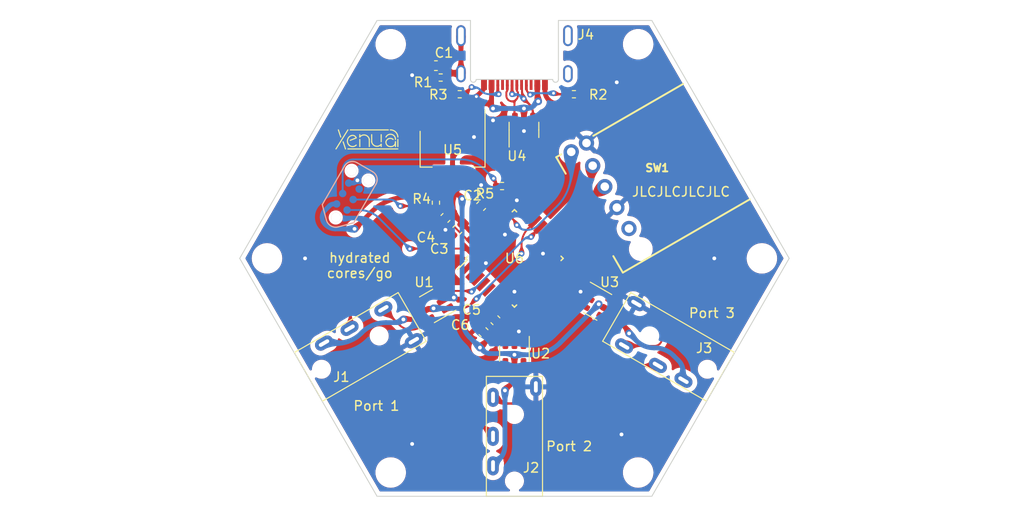
<source format=kicad_pcb>
(kicad_pcb (version 20211014) (generator pcbnew)

  (general
    (thickness 1.6)
  )

  (paper "A4")
  (layers
    (0 "F.Cu" signal)
    (31 "B.Cu" signal)
    (32 "B.Adhes" user "B.Adhesive")
    (33 "F.Adhes" user "F.Adhesive")
    (34 "B.Paste" user)
    (35 "F.Paste" user)
    (36 "B.SilkS" user "B.Silkscreen")
    (37 "F.SilkS" user "F.Silkscreen")
    (38 "B.Mask" user)
    (39 "F.Mask" user)
    (40 "Dwgs.User" user "User.Drawings")
    (41 "Cmts.User" user "User.Comments")
    (42 "Eco1.User" user "User.Eco1")
    (43 "Eco2.User" user "User.Eco2")
    (44 "Edge.Cuts" user)
    (45 "Margin" user)
    (46 "B.CrtYd" user "B.Courtyard")
    (47 "F.CrtYd" user "F.Courtyard")
    (48 "B.Fab" user)
    (49 "F.Fab" user)
    (50 "User.1" user)
    (51 "User.2" user)
    (52 "User.3" user)
    (53 "User.4" user)
    (54 "User.5" user)
    (55 "User.6" user)
    (56 "User.7" user)
    (57 "User.8" user)
    (58 "User.9" user)
  )

  (setup
    (stackup
      (layer "F.SilkS" (type "Top Silk Screen"))
      (layer "F.Paste" (type "Top Solder Paste"))
      (layer "F.Mask" (type "Top Solder Mask") (thickness 0.01))
      (layer "F.Cu" (type "copper") (thickness 0.035))
      (layer "dielectric 1" (type "core") (thickness 1.51) (material "FR4") (epsilon_r 4.5) (loss_tangent 0.02))
      (layer "B.Cu" (type "copper") (thickness 0.035))
      (layer "B.Mask" (type "Bottom Solder Mask") (thickness 0.01))
      (layer "B.Paste" (type "Bottom Solder Paste"))
      (layer "B.SilkS" (type "Bottom Silk Screen"))
      (copper_finish "None")
      (dielectric_constraints no)
    )
    (pad_to_mask_clearance 0)
    (pcbplotparams
      (layerselection 0x00010fc_ffffffff)
      (disableapertmacros false)
      (usegerberextensions false)
      (usegerberattributes true)
      (usegerberadvancedattributes true)
      (creategerberjobfile true)
      (svguseinch false)
      (svgprecision 6)
      (excludeedgelayer true)
      (plotframeref false)
      (viasonmask false)
      (mode 1)
      (useauxorigin false)
      (hpglpennumber 1)
      (hpglpenspeed 20)
      (hpglpendiameter 15.000000)
      (dxfpolygonmode true)
      (dxfimperialunits true)
      (dxfusepcbnewfont true)
      (psnegative false)
      (psa4output false)
      (plotreference true)
      (plotvalue true)
      (plotinvisibletext false)
      (sketchpadsonfab false)
      (subtractmaskfromsilk false)
      (outputformat 1)
      (mirror false)
      (drillshape 1)
      (scaleselection 1)
      (outputdirectory "")
    )
  )

  (net 0 "")
  (net 1 "Net-(C1-Pad1)")
  (net 2 "GND")
  (net 3 "Net-(C2-Pad2)")
  (net 4 "+3V3")
  (net 5 "Net-(J1-PadR1)")
  (net 6 "Net-(J1-PadR2)")
  (net 7 "Net-(J2-PadR1)")
  (net 8 "Net-(J2-PadR2)")
  (net 9 "Net-(J3-PadR1)")
  (net 10 "Net-(J3-PadR2)")
  (net 11 "/SWDIO")
  (net 12 "/RST")
  (net 13 "/SWCLK")
  (net 14 "unconnected-(J5-Pad6)")
  (net 15 "Net-(J4-PadA5)")
  (net 16 "Net-(J4-PadB5)")
  (net 17 "/P1_SCL")
  (net 18 "/P1_SDA")
  (net 19 "/P2_SCL")
  (net 20 "/P2_SDA")
  (net 21 "/P3_SCL")
  (net 22 "/P3_SDA")
  (net 23 "/USBD-")
  (net 24 "/USBD+")
  (net 25 "/DP")
  (net 26 "VBUS")
  (net 27 "/DM")
  (net 28 "unconnected-(U6-Pad1)")
  (net 29 "unconnected-(U6-Pad2)")
  (net 30 "unconnected-(U6-Pad3)")
  (net 31 "unconnected-(U6-Pad4)")
  (net 32 "unconnected-(U6-Pad7)")
  (net 33 "unconnected-(U6-Pad8)")
  (net 34 "unconnected-(U6-Pad13)")
  (net 35 "unconnected-(U6-Pad14)")
  (net 36 "unconnected-(U6-Pad15)")
  (net 37 "unconnected-(U6-Pad16)")
  (net 38 "unconnected-(U6-Pad5)")
  (net 39 "unconnected-(U6-Pad27)")
  (net 40 "unconnected-(J4-PadA8)")
  (net 41 "unconnected-(J4-PadB8)")
  (net 42 "/SW1")
  (net 43 "/SW_A")
  (net 44 "/SW_B")
  (net 45 "unconnected-(U6-Pad6)")

  (footprint "Package_TO_SOT_SMD:SOT-23-6" (layer "F.Cu") (at 187 52 -150))

  (footprint "pj320a:Jack_3.5mm_PJ320A_Horizontal" (layer "F.Cu") (at 175.229681 58.65 30))

  (footprint "MountingHole:MountingHole_2.2mm_M2_DIN965" (layer "F.Cu") (at 208.5 69.5))

  (footprint "Package_TO_SOT_SMD:SOT-23-6" (layer "F.Cu") (at 195.5 57 -90))

  (footprint "MountingHole:MountingHole_2.2mm_M2_DIN965" (layer "F.Cu") (at 182.5 24.5))

  (footprint "Resistor_SMD:R_0402_1005Metric_Pad0.72x0.64mm_HandSolder" (layer "F.Cu") (at 187.25 41.1525 -90))

  (footprint "Resistor_SMD:R_0402_1005Metric_Pad0.72x0.64mm_HandSolder" (layer "F.Cu") (at 189.75 29.75))

  (footprint "Capacitor_SMD:C_0603_1608Metric_Pad1.08x0.95mm_HandSolder" (layer "F.Cu") (at 192.25 54.75 135))

  (footprint "MountingHole:MountingHole_2.2mm_M2_DIN965" (layer "F.Cu") (at 208.5 24.5))

  (footprint "Capacitor_SMD:C_0603_1608Metric_Pad1.08x0.95mm_HandSolder" (layer "F.Cu") (at 189.5 44 -135))

  (footprint "Package_TO_SOT_SMD:SOT-23-6" (layer "F.Cu") (at 196.5 33.5 90))

  (footprint "MountingHole:MountingHole_2.2mm_M2_DIN965" (layer "F.Cu") (at 169.5 47))

  (footprint "Resistor_SMD:R_0402_1005Metric_Pad0.72x0.64mm_HandSolder" (layer "F.Cu") (at 201.75 29.75))

  (footprint "Capacitor_SMD:C_0603_1608Metric_Pad1.08x0.95mm_HandSolder" (layer "F.Cu") (at 187.25 26.75 180))

  (footprint "Capacitor_SMD:C_0603_1608Metric_Pad1.08x0.95mm_HandSolder" (layer "F.Cu") (at 192 41.5 -135))

  (footprint "Resistor_SMD:R_0402_1005Metric_Pad0.72x0.64mm_HandSolder" (layer "F.Cu") (at 187.75 28 180))

  (footprint "xenua:USB_C_Receptacle_GCT_USB4510" (layer "F.Cu") (at 195.5 22 180))

  (footprint "pj320a:Jack_3.5mm_PJ320A_Horizontal" (layer "F.Cu") (at 215.770319 58.65 150))

  (footprint "pj320a:Jack_3.5mm_PJ320A_Horizontal" (layer "F.Cu") (at 195.5 70.4 90))

  (footprint "xenua:EVQWGD001" (layer "F.Cu") (at 210.5 37.75 30))

  (footprint "xenua:sig" (layer "F.Cu") (at 176.75 35.5))

  (footprint "Package_QFP:TQFP-32_7x7mm_P0.8mm" (layer "F.Cu") (at 195.5 47 45))

  (footprint "Package_TO_SOT_SMD:SOT-223-3_TabPin2" (layer "F.Cu") (at 189 35.5 -90))

  (footprint "Capacitor_SMD:C_0603_1608Metric_Pad1.08x0.95mm_HandSolder" (layer "F.Cu") (at 188.25 42.75 -135))

  (footprint "MountingHole:MountingHole_2.2mm_M2_DIN965" (layer "F.Cu") (at 182.5 69.5))

  (footprint "Resistor_SMD:R_0402_1005Metric_Pad0.72x0.64mm_HandSolder" (layer "F.Cu") (at 194.1975 39.4))

  (footprint "Package_TO_SOT_SMD:SOT-23-6" (layer "F.Cu") (at 204.25 51.75 -30))

  (footprint "MountingHole:MountingHole_2.2mm_M2_DIN965" (layer "F.Cu") (at 221.5 47))

  (footprint "Capacitor_SMD:C_0603_1608Metric_Pad1.08x0.95mm_HandSolder" (layer "F.Cu") (at 193.5 53.5 135))

  (footprint "xenua:TC2030" (layer "B.Cu") (at 178 40.5 60))

  (gr_line (start 195.5 28.3) (end 196.5 28.3) (layer "Dwgs.User") (width 0.15) (tstamp 31bd80de-4bb5-4c77-a663-2affc4147372))
  (gr_line (start 195.5 28.3) (end 194.5 28.3) (layer "Dwgs.User") (width 0.15) (tstamp 944dbd01-505d-494d-9f63-f2c8bd1db418))
  (gr_line (start 224.368 47) (end 209.934 72) (layer "Edge.Cuts") (width 0.1) (tstamp 0743bc59-afe2-4752-9e56-a24822d18aaa))
  (gr_line (start 181.066 22) (end 166.632 47) (layer "Edge.Cuts") (width 0.1) (tstamp 473ddb9d-3e9e-4912-a8c3-fb5b4dbbf8df))
  (gr_line (start 200.12 22) (end 209.934 22) (layer "Edge.Cuts") (width 0.1) (tstamp a6571e26-fdcf-48c3-8604-da94c9af25e8))
  (gr_line (start 181.066 72) (end 209.934 72) (layer "Edge.Cuts") (width 0.1) (tstamp c8afab4b-9964-4341-bc31-892e7e579723))
  (gr_line (start 224.368 47) (end 209.934 22) (layer "Edge.Cuts") (width 0.1) (tstamp dd35352e-d89e-484d-bef8-bac58c66a85a))
  (gr_line (start 166.632 47) (end 181.066 72) (layer "Edge.Cuts") (width 0.1) (tstamp ee989edf-8027-449d-bb77-fbb7e3e7649d))
  (gr_line (start 181.066 22) (end 190.88 22) (layer "Edge.Cuts") (width 0.1) (tstamp f46c70dd-2f86-4294-a0b2-5b136aa818ef))
  (gr_text "JLCJLCJLCJLC" (at 213 40) (layer "F.SilkS") (tstamp 3cff9632-c0d1-423d-b7ef-7c7f7b70ce8b)
    (effects (font (size 1 1) (thickness 0.15)))
  )
  (gr_text "Port 3" (at 216.25 52.75) (layer "F.SilkS") (tstamp 5766246d-539d-4256-86a4-9f8349610f84)
    (effects (font (size 1 1) (thickness 0.15)))
  )
  (gr_text "hydrated\ncores/go" (at 179.25 47.75) (layer "F.SilkS") (tstamp 7aeda96c-46b8-4006-b414-502a4fefdd07)
    (effects (font (size 1 1) (thickness 0.15)))
  )
  (gr_text "Port 2" (at 201.25 66.75) (layer "F.SilkS") (tstamp 9148d79b-a1b9-4ec5-ae49-7b2d5d0299a9)
    (effects (font (size 1 1) (thickness 0.15)))
  )
  (gr_text "Port 1" (at 181 62.5) (layer "F.SilkS") (tstamp e577fdcc-c176-4b4b-a228-e30f5b47f147)
    (effects (font (size 1 1) (thickness 0.15)))
  )

  (segment (start 189.030342 27.6) (end 189.42125 27.6) (width 0.5) (layer "F.Cu") (net 1) (tstamp 3f1b46a9-de00-44b6-b302-95ba5d4fc7be))
  (segment (start 189.88 27.14125) (end 189.88 23.6) (width 0.5) (layer "F.Cu") (net 1) (tstamp 8ef27395-8f02-4464-91f7-6df2b86cc43f))
  (segment (start 188.5475 27.8) (end 188.3475 28) (width 0.5) (layer "F.Cu") (net 1) (tstamp a8438cf0-2b94-4a9d-8963-c8f4621cc31d))
  (segment (start 188.638114 27.275614) (end 188.1125 26.75) (width 0.5) (layer "F.Cu") (net 1) (tstamp d354ecac-b3bc-4fed-903e-10d10882139b))
  (arc (start 189.42125 27.6) (mid 189.745635 27.465635) (end 189.88 27.14125) (width 0.5) (layer "F.Cu") (net 1) (tstamp 01422660-08c8-48f3-98ca-26cbe7f98f5b))
  (arc (start 188.638114 27.275614) (mid 188.99742 27.515694) (end 189.42125 27.6) (width 0.5) (layer "F.Cu") (net 1) (tstamp 08fa8ff6-09a7-484c-b1d9-0e3b7c49bb26))
  (arc (start 189.88 27.14125) (mid 189.745635 27.465635) (end 189.42125 27.6) (width 0.5) (layer "F.Cu") (net 1) (tstamp 65e58d89-f213-4051-b36b-7b3454867ad5))
  (arc (start 189.42125 27.6) (mid 189.42125 27.6) (end 189.42125 27.6) (width 0.5) (layer "F.Cu") (net 1) (tstamp 9d541d6f-313d-4469-a000-68242c1dd6d6))
  (arc (start 189.030342 27.6) (mid 188.769029 27.651978) (end 188.5475 27.8) (width 0.5) (layer "F.Cu") (net 1) (tstamp baaf14d0-0c5c-4bf0-82d7-5ee71082500d))
  (segment (start 200.065685 30.75) (end 201.327503 30.75) (width 0.5) (layer "F.Cu") (net 2) (tstamp 01243b79-c596-4665-b7e4-e03ed5e2d85b))
  (segment (start 188.25 44) (end 188.849188 44.599188) (width 0.5) (layer "F.Cu") (net 2) (tstamp 03719843-5435-4291-8e92-d5b393806fb9))
  (segment (start 187.64012 43.375) (end 187.64012 43.60988) (width 0.5) (layer "F.Cu") (net 2) (tstamp 11dc4169-9f40-4605-8579-68c147f18d6b))
  (segment (start 202.3475 29.95125) (end 202.3475 29.75) (width 0.5) (layer "F.Cu") (net 2) (tstamp 13ec963b-04ef-4bfa-98f2-89920e941ff9))
  (segment (start 195.5 50.5) (end 195.835786 50.5) (width 0.5) (layer "F.Cu") (net 2) (tstamp 19231caf-260d-414a-8f99-844fa96fa85d))
  (segment (start 191.3 32.4) (end 191.3 34.164644) (width 0.5) (layer "F.Cu") (net 2) (tstamp 1ef98e3c-1ed0-4ea3-997b-56d6e4637e06))
  (segment (start 203.083322 51.133822) (end 202.4495 50.5) (width 0.5) (layer "F.Cu") (net 2) (tstamp 215ce0f6-5af5-4b67-ae69-b288192d34e1))
  (segment (start 188.875 44.60988) (end 188.89012 44.60988) (width 0.5) (layer "F.Cu") (net 2) (tstamp 3a447120-bb13-4c44-a114-ff648619224b))
  (segment (start 191.64012 54.14012) (end 191.34012 54.14012) (width 0.5) (layer "F.Cu") (net 2) (tstamp 4301754c-6d5d-4383-afc6-8c9a9e772a4c))
  (segment (start 191.35 32.35) (end 192.993933 32.35) (width 0.5) (layer "F.Cu") (net 2) (tstamp 55f1c4af-adb5-49e0-ace7-9fc384f5d29d))
  (segment (start 194.5 44.5) (end 194.032843 44.5) (width 0.5) (layer "F.Cu") (net 2) (tstamp 671095b0-ed5a-4ae7-ac85-9ee83cba59d8))
  (segment (start 187.650811 43.400811) (end 188.25 44) (width 0.5) (layer "F.Cu") (net 2) (tstamp 6fc9f2c2-bef9-48e2-9027-eb42ac7b78fe))
  (segment (start 193.25 32.5) (end 193.175 32.425) (width 0.5) (layer "F.Cu") (net 2) (tstamp 76bbad38-00e2-41b2-9ddd-aff8d95e873f))
  (segment (start 193.235356 44.16967) (end 192.777639 43.711953) (width 0.5) (layer "F.Cu") (net 2) (tstamp 844267ab-0c59-45ad-9cf9-19c1e73a2831))
  (segment (start 191.3 32.414644) (end 191.3 32.4) (width 0.5) (layer "F.Cu") (net 2) (tstamp 86b0791e-e64d-41a6-9b4e-9b2d1dee1dac))
  (segment (start 192.3 28.975244) (end 192.3 28.75) (width 0.5) (layer "F.Cu") (net 2) (tstamp 8732a11f-3ef6-4396-b98d-830ac6bfa2c8))
  (segment (start 198.7 29.384314) (end 198.7 28.75) (width 0.5) (layer "F.Cu") (net 2) (tstamp 89e4cfba-750c-4083-acc4-ed21bb6833df))
  (segment (start 188.517086 51.119622) (end 189.130378 51.119622) (width 0.5) (layer "F.Cu") (net 2) (tstamp 976eff56-3816-452d-9c77-d211b78adaef))
  (segment (start 188.140918 51.275436) (end 187.985104 51.43125) (width 0.5) (layer "F.Cu") (net 2) (tstamp 9821fdbc-a1cd-4bf4-b25b-5f699978c34b))
  (segment (start 191.275 34.225) (end 191.25 34.25) (width 0.5) (layer "F.Cu") (net 2) (tstamp 9a5c3670-eaa7-4dcf-9286-43ba42ac67e7))
  (segment (start 196.5 33.6245) (end 196.5 34.6375) (width 0.5) (layer "F.Cu") (net 2) (tstamp a3af9b14-6380-4eca-a818-510262168f6c))
  (segment (start 203.197823 51.18125) (end 203.264896 51.18125) (width 0.5) (layer "F.Cu") (net 2) (tstamp a6e977e2-d6fd-497d-8dbf-799018d7fc04))
  (segment (start 202.205194 30.294805) (end 202.04875 30.45125) (width 0.5) (layer "F.Cu") (net 2) (tstamp a945a064-87fa-4c73-a3a4-1a959dcf5758))
  (segment (start 192.60988 40.89012) (end 192.85988 40.89012) (width 0.5) (layer "F.Cu") (net 2) (tstamp b9c85551-8712-46b2-8570-ce78df9e2527))
  (segment (start 195.5 55.473111) (end 195.5 55.8625) (width 0.5) (layer "F.Cu") (net 2) (tstamp bd5982a1-f298-433e-aa00-1ad636989dff))
  (segment (start 196.409009 50.737436) (end 197.09099 51.419417) (width 0.5) (layer "F.Cu") (net 2) (tstamp cb6c4e8c-26d9-4358-bd61-00ae2e9a6b1a))
  (segment (start 191.5 30.000489) (end 192.140728 29.35976) (width 0.5) (layer "F.Cu") (net 2) (tstamp d2070829-6614-4d36-90ec-2c8dd2f421fd))
  (segment (start 191.275 32.475) (end 191.25 32.5) (width 0.5) (layer "F.Cu") (net 2) (tstamp e8fa3293-2de2-4a5a-9283-356607904c7c))
  (segment (start 195.964813 54.679626) (end 195.732406 54.912032) (width 0.5) (layer "F.Cu") (net 2) (tstamp fae566e4-cd29-42fd-a0cf-1046552b93b0))
  (via (at 216.5 47) (size 0.8) (drill 0.4) (layers "F.Cu" "B.Cu") (free) (net 2) (tstamp 03236581-83d5-46f9-9b92-dfba08a17e3e))
  (via (at 191.25 34.25) (size 0.8) (drill 0.4) (layers "F.Cu" "B.Cu") (net 2) (tstamp 1c4bf035-050b-405c-bea5-ceb3db0151fd))
  (via (at 195.964813 54.679626) (size 0.8) (drill 0.4) (layers "F.Cu" "B.Cu") (net 2) (tstamp 2eb2e4d3-f2ce-4f29-9070-1c4837a13861))
  (via (at 188.25 44) (size 0.8) (drill 0.4) (layers "F.Cu" "B.Cu") (net 2) (tstamp 2fe521ff-d6d1-4c05-8296-4c946423024c))
  (via (at 194.5 44.5) (size 0.8) (drill 0.4) (layers "F.Cu" "B.Cu") (free) (net 2) (tstamp 3b4c2257-f4dd-4ad9-b415-910c47910fb8))
  (via (at 192.5 47.5) (size 0.8) (drill 0.4) (layers "F.Cu" "B.Cu") (free) (net 2) (tstamp 43044d53-b707-4d3a-afb5-42d6b6af2e7c))
  (via (at 179 38.8) (size 0.8) (drill 0.4) (layers "F.Cu" "B.Cu") (net 2) (tstamp 597b0715-ddcb-46c8-a51c-3191094d3d9d))
  (via (at 195.5 50.5) (size 0.8) (drill 0.4) (layers "F.Cu" "B.Cu") (free) (net 2) (tstamp 6431d07b-1cc3-48bf-98c9-a73b1e3fc17b))
  (via (at 173.5 47) (size 0.8) (drill 0.4) (layers "F.Cu" "B.Cu") (free) (net 2) (tstamp 841a072b-b3fa-45b8-a76b-f9a5c81a1364))
  (via (at 191.5 30.000489) (size 0.6) (drill 0.3) (layers "F.Cu" "B.Cu") (net 2) (tstamp 91f3669f-b5e2-4adf-afb0-e37eed958e60))
  (via (at 202.4495 50.5) (size 0.8) (drill 0.4) (layers "F.Cu" "B.Cu") (net 2) (tstamp 9707b9bf-a5fc-4e09-aebe-5bc06e829499))
  (via (at 206.75 65.5) (size 0.8) (drill 0.4) (layers "F.Cu" "B.Cu") (free) (net 2) (tstamp adb90deb-6853-4230-a382-6c8831b3f4f3))
  (via (at 198.5 46.5) (size 0.8) (drill 0.4) (layers "F.Cu" "B.Cu") (free) (net 2) (tstamp b439546a-c621-4887-b3aa-bc0ca20da5cb))
  (via (at 189.130378 51.119622) (size 0.8) (drill 0.4) (layers "F.Cu" "B.Cu") (net 2) (tstamp b6eda8ee-c639-4010-a71e-f418426c448a))
  (via (at 195.75 40.9) (size 0.8) (drill 0.4) (layers "F.Cu" "B.Cu") (free) (net 2) (tstamp bc4305ae-ca06-4789-823d-45aef5e290e2))
  (via (at 192 39.3) (size 0.8) (drill 0.4) (layers "F.Cu" "B.Cu") (free) (net 2) (tstamp c29f8dd6-03f1-411b-aee7-48a97956752c))
  (via (at 184.75 27.75) (size 0.8) (drill 0.4) (layers "F.Cu" "B.Cu") (free) (net 2) (tstamp c490a0cc-a139-4ae9-b6ad-1f989dec564b))
  (via (at 193.25 32.5) (size 0.8) (drill 0.4) (layers "F.Cu" "B.Cu") (net 2) (tstamp c569fb6a-628e-48b4-805b-d04f577f815a))
  (via (at 196.5 33.6245) (size 0.8) (drill 0.4) (layers "F.Cu" "B.Cu") (net 2) (tstamp d52eb3e6-c3f0-4f18-ac0b-40f1f9e6fd5e))
  (via (at 206.25 28.5) (size 0.8) (drill 0.4) (layers "F.Cu" "B.Cu") (free) (net 2) (tstamp f0d4f2d5-ebc4-472c-9ad0-46e60ab32a6a))
  (via (at 184.75 66.5) (size 0.8) (drill 0.4) (layers "F.Cu" "B.Cu") (free) (net 2) (tstamp fd8cd4a1-8cce-4033-93c0-c4b68cc71c6b))
  (arc (start 191.3 34.164644) (mid 191.293502 34.197308) (end 191.275 34.225) (width 0.5) (layer "F.Cu") (net 2) (tstamp 0a2d185c-629f-461f-8b6b-f91f1894e6ba))
  (arc (start 191.35 32.35) (mid 191.314644 32.364644) (end 191.3 32.4) (width 0.5) (layer "F.Cu") (net 2) (tstamp 0a52fedd-967a-423d-aaaf-3875f20f935b))
  (arc (start 202.04875 30.45125) (mid 201.717839 30.672357) (end 201.327503 30.75) (width 0.5) (layer "F.Cu") (net 2) (tstamp 0dcb5ab5-f291-489d-b2bc-0f0b25b801ee))
  (arc (start 199.1 30.35) (mid 199.54306 30.646043) (end 200.065685 30.75) (width 0.5) (layer "F.Cu") (net 2) (tstamp 17adff9d-c581-42e4-b552-035b922b5256))
  (arc (start 191.3 32.4) (mid 191.3 32.4) (end 191.3 32.4) (width 0.5) (layer "F.Cu") (net 2) (tstamp 199ade13-7442-4da9-8eea-a8e7681e2aee))
  (arc (start 193.235356 44.16967) (mid 193.601246 44.41415) (end 194.032843 44.5) (width 0.5) (layer "F.Cu") (net 2) (tstamp 30b75c25-1d2c-45e7-83e2-bb3be98f8f83))
  (arc (start 193.175 32.425) (mid 193.091925 32.369491) (end 192.993933 32.35) (width 0.5) (layer "F.Cu") (net 2) (tstamp 414a1d4c-7afc-4ffa-8579-88675cedc4ce))
  (arc (start 195.732406 54.912032) (mid 195.5604 55.169457) (end 195.5 55.473111) (width 0.5) (layer "F.Cu") (net 2) (tstamp 44cd273f-f3a1-4b9a-83a6-972b276409e1))
  (arc (start 188.517086 51.119622) (mid 188.313505 51.160116) (end 188.140918 51.275436) (width 0.5) (layer "F.Cu") (net 2) (tstamp 48a8c1f5-4bcb-4560-9762-44aaefee4419))
  (arc (start 198.7 29.384314) (mid 198.803956 29.906939) (end 199.1 30.35) (width 0.5) (layer "F.Cu") (net 2) (tstamp 5684e95c-6824-46cf-8e72-881178a51d31))
  (arc (start 202.3475 29.95125) (mid 202.310515 30.13718) (end 202.205194 30.294805) (width 0.5) (layer "F.Cu") (net 2) (tstamp 5da0928a-9939-439c-bcbe-74de097058a8))
  (arc (start 196.409009 50.737436) (mid 196.146012 50.561707) (end 195.835786 50.5) (width 0.5) (layer "F.Cu") (net 2) (tstamp 5daf2c3c-7702-4a59-b99d-84464c054bc4))
  (arc (start 188.849188 44.599188) (mid 188.86103 44.607101) (end 188.875 44.60988) (width 0.5) (layer "F.Cu") (net 2) (tstamp 7410568a-af90-4a4e-a67d-5fd1863e0d95))
  (arc (start 187.64012 43.375) (mid 187.642898 43.388968) (end 187.650811 43.400811) (width 0.5) (layer "F.Cu") (net 2) (tstamp 8e6e5f4d-6567-459b-ac23-dfc1d101e708))
  (arc (start 192.3 28.975244) (mid 192.258606 29.183342) (end 192.140728 29.35976) (width 0.5) (layer "F.Cu") (net 2) (tstamp b4856fa9-d711-4b3f-8ccf-343375c62dce))
  (arc (start 191.3 32.4) (mid 191.314644 32.364644) (end 191.35 32.35) (width 0.5) (layer "F.Cu") (net 2) (tstamp b8381d48-3c5b-401b-ac19-279d8173864c))
  (arc (start 191.3 32.414644) (mid 191.293502 32.447308) (end 191.275 32.475) (width 0.5) (layer "F.Cu") (net 2) (tstamp bca99a8e-598f-436a-9158-7a050d1f7ca4))
  (arc (start 187.64012 43.375) (mid 187.64012 43.375) (end 187.64012 43.375) (width 0.5) (layer "F.Cu") (net 2) (tstamp e47d9cf3-579e-4750-bc6d-bf58b55862bb))
  (arc (start 203.083322 51.133822) (mid 203.135855 51.168923) (end 203.197823 51.18125) (width 0.5) (layer "F.Cu") (net 2) (tstamp f0f3907b-44e3-4106-9f24-d8ce836b6bb0))
  (segment (start 178.517489 39.082648) (end 178.085074 39.082648) (width 0.5) (layer "B.Cu") (net 2) (tstamp 1aa3f171-41fb-4996-b859-ebaf6b23ca11))
  (segment (start 179 38.8) (end 178.858676 38.941324) (width 0.5) (layer "B.Cu") (net 2) (tstamp 7f64bad9-282f-4aea-96af-977657f8be67))
  (arc (start 178.858676 38.941324) (mid 178.702138 39.045919) (end 178.517489 39.082648) (width 0.5) (layer "B.Cu") (net 2) (tstamp 0e1c6bbc-4cc4-4ce9-b48a-8292bb286da8))
  (segment (start 191.801036 43.866722) (end 192.211953 44.277639) (width 0.3) (layer "F.Cu") (net 3) (tstamp 1bd98adf-6059-495f-94b7-9f4ef4e778fb))
  (segment (start 191.39012 42.874682) (end 191.39012 42.10988) (width 0.3) (layer "F.Cu") (net 3) (tstamp 22f790b9-c1d9-412d-ac0e-7bd254369216))
  (arc (start 191.39012 42.874682) (mid 191.496913 43.41157) (end 191.801036 43.866722) (width 0.3) (layer "F.Cu") (net 3) (tstamp cad44c02-7fd2-4e9a-b93a-e1b73d6a3ee6))
  (segment (start 189.48488 42.76512) (end 188.92994 42.21018) (width 0.5) (layer "F.Cu") (net 4) (tstamp 0376f97d-4fda-40e2-8ae7-be256dd0b17a))
  (segment (start 205.193281 52.31875) (end 205.049712 52.31875) (width 0.5) (layer "F.Cu") (net 4) (tstamp 04cd1be7-98f7-4cec-9bc2-093fcec1606d))
  (segment (start 189 39.2) (end 189 41.90092) (width 0.5) (layer "F.Cu") (net 4) (tstamp 04d8fd5a-af67-40da-a8c2-f7fab9d79c3b))
  (segment (start 205.193281 52.31875) (end 205.276927 52.31875) (width 0.5) (layer "F.Cu") (net 4) (tstamp 1843d2c0-629c-44e7-8460-03ced60a2111))
  (segment (start 194.734879 53.484879) (end 193.48488 54.73488) (width 0.5) (layer "F.Cu") (net 4) (tstamp 19d6a411-8997-491d-aace-09fdbc63404d))
  (segment (start 189.48488 42.76512) (end 190.73488 44.01512) (width 0.5) (layer "F.Cu") (net 4) (tstamp 1a9f0d73-6986-450b-8da5-dca8d718cd0d))
  (segment (start 191.875 56.375) (end 192.849188 55.400811) (width 0.5) (layer "F.Cu") (net 4) (tstamp 1d81386a-c764-455e-a123-419b6cfd4065))
  (segment (start 191.604676 44.843324) (end 191.646268 44.843324) (width 0.5) (layer "F.Cu") (net 4) (tstamp 23bdbd44-4a30-4d2c-b3c5-4d4dfb6ad7d1))
  (segment (start 194.8 39.391464) (end 194.8 38.5975) (width 0.5) (layer "F.Cu") (net 4) (tstamp 2fd33a9c-3058-4759-a5d2-db694077e0db))
  (segment (start 185.85552 52.728124) (end 185.590147 52.993498) (width 0.5) (layer "F.Cu") (net 4) (tstamp 32dcc70a-1e38-4dff-8bd2-7fe6cd7ba6cd))
  (segment (start 195.5 58.644) (end 195.5 59.168393) (width 0.5) (layer "F.Cu") (net 4) (tstamp 37df637f-662f-40f0-adc0-7d1db39f5ebd))
  (segment (start 187 52.25) (end 186.559036 52.25) (width 0.5) (layer "F.Cu") (net 4) (tstamp 4fd2be35-f3dc-4152-8d6b-941d855e1521))
  (segment (start 190.525 35.4) (end 190.702943 35.4) (width 0.5) (layer "F.Cu") (net 4) (tstamp 5c481a9c-5555-4547-91a3-c9cf54c39a90))
  (segment (start 189.388908 40.138908) (end 190 40.75) (width 0.5) (layer "F.Cu") (net 4) (tstamp 5f0d7789-3d8e-4525-b01d-b4b0497082e8))
  (segment (start 191.533674 44.813914) (end 190.73488 44.01512) (width 0.5) (layer "F.Cu") (net 4) (tstamp 653c887b-6912-4e12-9d5b-b353929ef1fc))
  (segment (start 205.276927 52.31875) (end 205.31875 52.31875) (width 0.5) (layer "F.Cu") (net 4) (tstamp 6a1464e6-525c-4f06-8066-5df619f0f8e1))
  (segment (start 189 38.1) (end 189 39.2) (width 0.5) (layer "F.Cu") (net 4) (tstamp 79bd7607-8381-4bff-b61a-a2c7ffa05fe5))
  (segment (start 193.6 36.6) (end 194.236082 37.236082) (width 0.5) (layer "F.Cu") (net 4) (tstamp 816e904a-a69b-4f89-9ef6-a6b88fe9e088))
  (segment (start 194.734879 53.484879) (end 196.131897 52.087862) (width 0.5) (layer "F.Cu") (net 4) (tstamp 83428e0e-6169-45e1-8979-696ca9eea4f3))
  (segment (start 204.357821 51.81225) (end 204.733229 52.187658) (width 0.5) (layer "F.Cu") (net 4) (tstamp 87595e44-a48a-4a99-85f5-ef2ea90c9e37))
  (segment (start 207.5505 54.757262) (end 207.5505 54.880378) (width 0.5) (layer "F.Cu") (net 4) (tstamp 8b5bfda2-79a7-4762-a6d8-16647750378e))
  (segment (start 207.463443 54.547089) (end 205.264677 52.348323) (width 0.5) (layer "F.Cu") (net 4) (tstamp 9e999c9d-e058-4f07-9aa3-a9dc594b76bf))
  (segment (start 188.611091 39.038908) (end 187.3048 40.345199) (width 0.5) (layer "F.Cu") (net 4) (tstamp 9f57eebc-b460-4a82-8171-ddd51d1041fb))
  (segment (start 196.379981 51.985103) (end 196.525305 51.985103) (width 0.5) (layer "F.Cu") (net 4) (tstamp a9eb8cd6-d2df-495d-97f8-cf25705e5da3))
  (segment (start 189 36.925) (end 189 33.875) (width 0.5) (layer "F.Cu") (net 4) (tstamp b7496a40-6116-4192-b413-2a22be4b5f9f))
  (segment (start 195 60.3755) (end 194.5 60.8755) (width 0.5) (layer "F.Cu") (net 4) (tstamp b98b2aa4-f17c-4944-a63b-517efd27344b))
  (segment (start 195.5 57.631) (end 195.5 58.644) (width 0.5) (layer "F.Cu") (net 4) (tstamp c0e13d91-53b7-4de6-8d61-7c13732113b8))
  (segment (start 192.870571 55.349188) (end 193.48488 54.73488) (width 0.5) (layer "F.Cu") (net 4) (tstamp c71cbc25-a226-480e-9120-4c90056547ed))
  (segment (start 189 36.925) (end 189 38.1) (width 0.5) (layer "F.Cu") (net 4) (tstamp ce272c9d-ee34-4889-ba13-09f3b61b64ef))
  (segment (start 183.831753 53.418247) (end 184.564713 53.418247) (width 0.5) (layer "F.Cu") (net 4) (tstamp db128544-f66c-42f4-beb9-1d8c80c15d88))
  (segment (start 189 33.875) (end 189 32.35) (width 0.5) (layer "F.Cu") (net 4) (tstamp ee715c90-9c26-4d46-86a4-97077c448da6))
  (segment (start 180.451207 42.148792) (end 178.7 43.9) (width 0.5) (layer "F.Cu") (net 4) (tstamp f1fb53b4-0b5d-4b42-a43c-66d18d5c3ea2))
  (segment (start 186.174271 52.409375) (end 185.85552 52.728124) (width 0.5) (layer "F.Cu") (net 4) (tstamp f45c8190-2f27-434c-8fbf-7d8a911faaab))
  (segment (start 184.298963 40.555) (end 187.1725 40.555) (width 0.5) (layer "F.Cu") (net 4) (tstamp f652871f-4b78-4996-9d21-61fbd0029dee))
  (segment (start 195.5 57.631) (end 195.5 57.1245) (width 0.5) (layer "F.Cu") (net 4) (tstamp fa5ea037-1b76-4529-80bf-e23d4b9a0e7b))
  (segment (start 194.7975 39.3975) (end 194.795 39.4) (width 0.5) (layer "F.Cu") (net 4) (tstamp fddac87a-e734-41f7-afc9-1e956def1b07))
  (via (at 207.5505 54.880378) (size 0.8) (drill 0.4) (layers "F.Cu" "B.Cu") (net 4) (tstamp 15841606-09ac-42c9-ac6d-455675705d16))
  (via (at 190 40.75) (size 0.8) (drill 0.4) (layers "F.Cu" "B.Cu") (net 4) (tstamp 1fd275a0-197e-4d60-9ea7-4acf500af443))
  (via (at 191.875 56.375) (size 0.8) (drill 0.4) (layers "F.Cu" "B.Cu") (net 4) (tstamp 386c9c06-9604-4504-9e90-3a42cced6a3c))
  (via (at 195.5 57.1245) (size 0.8) (drill 0.4) (layers "F.Cu" "B.Cu") (net 4) (tstamp 3cf37809-8882-441f-bd8e-11eadeb9b4f2))
  (via (at 194.5 60.8755) (size 0.8) (drill 0.4) (layers "F.Cu" "B.Cu") (net 4) (tstamp 4e3faa3b-685b-4b59-bbf2-b4a54ad2dfc1))
  (via (at 183.831753 53.418247) (size 0.8) (drill 0.4) (layers "F.Cu" "B.Cu") (net 4) (tstamp 60d2675f-2544-4550-ba8e-d0ef2889d24f))
  (via (at 187 52.25) (size 0.8) (drill 0.4) (layers "F.Cu" "B.Cu") (net 4) (tstamp 88c5b4a9-3364-45ea-b9c0-bb33f0271133))
  (via (at 204.357821 51.81225) (size 0.8) (drill 0.4) (layers "F.Cu" "B.Cu") (net 4) (tstamp b9112406-6880-496a-8cf3-329d93d8abc3))
  (via (at 178.7 43.9) (size 0.8) (drill 0.4) (layers "F.Cu" "B.Cu") (net 4) (tstamp f0e6a45c-3b82-4022-a23d-f0e0692c58d3))
  (arc (start 189 39.2) (mid 189.101073 39.708133) (end 189.388908 40.138908) (width 0.5) (layer "F.Cu") (net 4) (tstamp 10e5ae6d-e43e-4ff8-abc5-fd9df16782da))
  (arc (start 189 41.90092) (mid 188.981791 41.992457) (end 188.92994 42.07006) (width 0.5) (layer "F.Cu") (net 4) (tstamp 218a2487-4406-4830-b6ad-8a4182eda4f4))
  (arc (start 190.525 35.4) (mid 189.446662 35.846662) (end 189 36.925) (width 0.5) (layer "F.Cu") (net 4) (tstamp 28f921ab-5f55-47f8-b726-02e567145cd5))
  (arc (start 189 33.875) (mid 189.446662 34.953337) (end 190.525 35.4) (width 0.5) (layer "F.Cu") (net 4) (tstamp 4223805d-8db1-4df1-b73a-3d99f37f1701))
  (arc (start 207.463443 54.547089) (mid 207.527874 54.643517) (end 207.5505 54.757262) (width 0.5) (layer "F.Cu") (net 4) (tstamp 4263a0e8-33fc-439f-9b56-889a4f5d7b26))
  (arc (start 187.25 40.4775) (mid 187.2273 40.5323) (end 187.1725 40.555) (width 0.5) (layer "F.Cu") (net 4) (tstamp 557d128f-cf69-4c70-9959-d139ac95c63c))
  (arc (start 205.276927 52.31875) (mid 205.260921 52.329444) (end 205.264677 52.348323) (width 0.5) (layer "F.Cu") (net 4) (tstamp 55b28997-b330-40d1-b32a-125cd071668d))
  (arc (start 187.3048 40.345199) (mid 187.264242 40.405899) (end 187.25 40.4775) (width 0.5) (layer "F.Cu") (net 4) (tstamp 5aa1c642-a9f0-4211-8572-3a7e8453422e))
  (arc (start 188.92994 42.07006) (mid 188.90092 42.14012) (end 188.92994 42.21018) (width 0.5) (layer "F.Cu") (net 4) (tstamp 60ca4740-3009-4486-93d6-c2502818122b))
  (arc (start 195.5 59.168393) (mid 195.370054 59.821674) (end 195 60.3755) (width 0.5) (layer "F.Cu") (net 4) (tstamp 6dc32d24-5ef0-4c0e-ad26-4d147b147b28))
  (arc (start 186.559036 52.25) (mid 186.350802 52.29142) (end 186.174271 52.409375) (width 0.5) (layer "F.Cu") (net 4) (tstamp 6fff55eb-076f-4a2f-86d3-091fcb2366e9))
  (arc (start 193.6 36.6) (mid 192.270819 35.711869) (end 190.702943 35.4) (width 0.5) (layer "F.Cu") (net 4) (tstamp 856c0384-2dfc-47d2-a66c-a145c3149f14))
  (arc (start 189 39.2) (mid 189 39.2) (end 189 39.2) (width 0.5) (layer "F.Cu") (net 4) (tstamp 88e4f832-79d6-4c54-9ce3-4328dcb9d5b5))
  (arc (start 188.611091 39.038908) (mid 188.898925 38.608133) (end 189 38.1) (width 0.5) (layer "F.Cu") (net 4) (tstamp 899a4caf-0563-4c2a-9bca-5aa28747ef75))
  (arc (start 192.85988 55.375) (mid 192.857101 55.388968) (end 192.849188 55.400811) (width 0.5) (layer "F.Cu") (net 4) (tstamp 9cdaf74c-bd9d-4293-9612-c30a4bca9a30))
  (arc (start 194.236082 37.236082) (mid 194.653442 37.860705) (end 194.8 38.5975) (width 0.5) (layer "F.Cu") (net 4) (tstamp b285d77c-3eef-4763-b6e4-d7759b529dfd))
  (arc (start 184.298963 40.555) (mid 182.216572 40.969213) (end 180.451207 42.148792) (width 0.5) (layer "F.Cu") (net 4) (tstamp b2cac11a-5f3b-43d7-88e5-8d0241ac6453))
  (arc (start 196.379981 51.985103) (mid 196.245719 52.011809) (end 196.131897 52.087862) (width 0.5) (layer "F.Cu") (net 4) (tstamp b70f4be0-be81-40f1-b237-a16be3740211))
  (arc (start 192.870571 55.349188) (mid 192.862658 55.36103) (end 192.85988 55.375) (width 0.5) (layer "F.Cu") (net 4) (tstamp c9ab240f-b898-4113-9b58-995237cd751a))
  (arc (start 189 39.2) (mid 188.859364 38.989523) (end 188.611091 39.038908) (width 0.5) (layer "F.Cu") (net 4) (tstamp d27bd75e-eeb9-4d8b-bfdb-bddce4b94b6c))
  (arc (start 185.590147 52.993498) (mid 185.119674 53.307858) (end 184.564713 53.418247) (width 0.5) (layer "F.Cu") (net 4) (tstamp d40f18db-c543-4c22-a8b0-72b9c9e5ae8b))
  (arc (start 205.264677 52.348323) (mid 205.23192 52.326435) (end 205.193281 52.31875) (width 0.5) (layer "F.Cu") (net 4) (tstamp d97f24b8-3f5c-4536-a071-0786594f3ffe))
  (arc (start 204.733229 52.187658) (mid 204.878432 52.28468) (end 205.049712 52.31875) (width 0.5) (layer "F.Cu") (net 4) (tstamp da37a168-b259-4f98-9030-90f2f5ac962a))
  (arc (start 194.8 39.391464) (mid 194.79935 39.39473) (end 194.7975 39.3975) (width 0.5) (layer "F.Cu") (net 4) (tstamp e4d0483b-1c21-4fb6-87dd-47e636746c0e))
  (arc (start 191.533674 44.813914) (mid 191.566249 44.83568) (end 191.604676 44.843324) (width 0.5) (layer "F.Cu") (net 4) (tstamp e89e5b16-554a-4d97-8f95-fc89c9b40d74))
  (segment (start 204.357821 51.81225) (end 200.299119 55.870951) (width 0.5) (layer "B.Cu") (net 4) (tstamp 06ce9a2f-62c9-4ebd-81db-3fa9016ba633))
  (segment (start 190 40.75) (end 190 51.125) (width 0.5) (layer "B.Cu") (net 4) (tstamp 06cf9d8c-80ee-474a-9941-3419d77ef170))
  (segment (start 189.625 52.25) (end 187 52.25) (width 0.5) (layer "B.Cu") (net 4) (tstamp 0f2345df-1720-4a1d-8df4-9dea06adef0f))
  (segment (start 194.5 60.8755) (end 194.5 66.666116) (width 0.5) (layer "B.Cu") (net 4) (tstamp 1054d765-304e-44ee-a408-f73ba3541d44))
  (segment (start 191.875 56.375) (end 190.795495 55.295495) (width 0.5) (layer "B.Cu") (net 4) (tstamp 19a9d3b5-5aa1-449e-ab8e-d103756ba404))
  (segment (start 191.875 56.375) (end 192.1875 56.6875) (width 0.5) (layer "B.Cu") (net 4) (tstamp 1c370c68-124e-4b3b-87da-08abf9cdb16f))
  (segment (start 183.665876 53.584123) (end 183.831753 53.418247) (width 0.5) (layer "B.Cu") (net 4) (tstamp 3808ff98-c381-4bc8-9063-5fab6223c5fb))
  (segment (start 179.460514 54.805128) (end 179.38027 54.885373) (width 0.5) (layer "B.Cu") (net 4) (tstamp 3f9a7152-7e4a-4640-b4c9-cab06e70526d))
  (segment (start 192.941941 57) (end 195.287465 57) (width 0.5) (layer "B.Cu") (net 4) (tstamp 41eb36ad-85e7-4f39-8dca-cb50bceb3b2a))
  (segment (start 208.310311 55.640189) (end 207.5505 54.880378) (width 0.5) (layer "B.Cu") (net 4) (tstamp 48c439fd-8a6d-4e60-bfad-1018cdb1bb64))
  (segment (start 178.7 43.9) (end 176.665685 43.9) (width 0.5) (layer "B.Cu") (net 4) (tstamp 4d364e96-ff12-4d22-b3a6-a6c7764a6cb5))
  (segment (start 210.144657 56.4) (end 210.235061 56.4) (width 0.5) (layer "B.Cu") (net 4) (tstamp 6a72969c-584a-408a-8c75-b04f16c58fd0))
  (segment (start 190 51.875) (end 190 52.625) (width 0.5) (layer "B.Cu") (net 4) (tstamp 740c9c9e-c377-4082-a7c2-2dfeb8296429))
  (segment (start 183.265415 53.75) (end 182.007822 53.75) (width 0.5) (layer "B.Cu") (net 4) (tstamp 8ed34d6f-8f07-44c1-a2a3-f184d6d9a08f))
  (segment (start 195.43775 57.06225) (end 195.5 57.1245) (width 0.5) (layer "B.Cu") (net 4) (tstamp 933a5253-1d0e-4516-b330-14ba65ca36d4))
  (segment (start 176.537584 41.282352) (end 176.815074 41.282352) (width 0.5) (layer "B.Cu") (net 4) (tstamp 9944fcaa-e03d-492d-aaac-8117ed96d434))
  (segment (start 175.7 43.5) (end 175.60319 43.40319) (width 0.5) (layer "B.Cu") (net 4) (tstamp a28dd042-708e-47a9-b1a9-6cf5ef89f619))
  (segment (start 195.5 57.1245) (end 197.272785 57.1245) (width 0.5) (layer "B.Cu") (net 4) (tstamp ab21e7a8-ef62-40a0-a378-209c765cc4bb))
  (segment (start 190 51.125) (end 190 51.875) (width 0.5) (layer "B.Cu") (net 4) (tstamp afc58bc7-e8b3-4ec7-b7ec-e155055196a5))
  (segment (start 204.357821 51.81225) (end 204.357821 51.892179) (width 0.5) (layer "B.Cu") (net 4) (tstamp b47a98da-d24c-4742-b64e-3ffd9972ce0f))
  (segment (start 212.715602 57.715602) (end 212.223736 57.223736) (width 0.5) (layer "B.Cu") (net 4) (tstamp b6af3339-77e3-4805-9423-056f5e2a366f))
  (segment (start 213.259678 59.029117) (end 213.259678 59.798557) (width 0.5) (layer "B.Cu") (net 4) (tstamp be23aa73-d1da-4488-a1e1-b3cf08c1510c))
  (segment (start 190 53.375) (end 190 52.625) (width 0.5) (layer "B.Cu") (net 4) (tstamp c60c4acf-3d6f-48da-b735-ac7a7ae5c6f8))
  (segment (start 176.06388 41.478566) (end 175.60319 41.939256) (width 0.5) (layer "B.Cu") (net 4) (tstamp ccc11cb7-829f-4bbc-8fcb-c3973728b49c))
  (segment (start 176.927261 55.901443) (end 175.490322 55.901443) (width 0.5) (layer "B.Cu") (net 4) (tstamp e5ad5b73-1a14-43b4-b264-e78da8de87af))
  (segment (start 193.875 68.175) (end 193.25 68.8) (width 0.5) (layer "B.Cu") (net 4) (tstamp f993d1dc-6946-40ed-b85c-1fb14a3842b8))
  (arc (start 212.223736 57.223736) (mid 211.311324 56.614082) (end 210.235061 56.4) (width 0.5) (layer "B.Cu") (net 4) (tstamp 05c4a04b-0442-4e18-9747-3d9fc4a562fe))
  (arc (start 195.43775 57.06225) (mid 195.368798 57.016178) (end 195.287465 57) (width 0.5) (layer "B.Cu") (net 4) (tstamp 1c4dfe58-85b1-467f-8e9d-bdb7a0d0ca8e))
  (arc (start 190 53.375) (mid 190.206742 54.414364) (end 190.795495 55.295495) (width 0.5) (layer "B.Cu") (net 4) (tstamp 2628b16a-8b1e-4398-be45-c147110e73bb))
  (arc (start 179.38027 54.885373) (mid 178.25482 55.637375) (end 176.927261 55.901443) (width 0.5) (layer "B.Cu") (net 4) (tstamp 290c753b-3b9b-4c45-85a5-65bd9eae1f9e))
  (arc (start 208.310311 55.640189) (mid 209.151916 56.202531) (end 210.144657 56.4) (width 0.5) (layer "B.Cu") (net 4) (tstamp 3cf0233f-86e3-4b85-ad75-fb8a46f37498))
  (arc (start 190 52.625) (mid 189.890165 52.359834) (end 189.625 52.25) (width 0.5) (layer "B.Cu") (net 4) (tstamp 481354ed-51b9-4db2-9835-781681979b4b))
  (arc (start 192.1875 56.6875) (mid 192.53364 56.918783) (end 192.941941 57) (width 0.5) (layer "B.Cu") (net 4) (tstamp 594594ee-9de8-45bc-b621-a9251877b0c2))
  (arc (start 175.7 43.5) (mid 176.14306 43.796043) (end 176.665685 43.9) (width 0.5) (layer "B.Cu") (net 4) (tstamp 6a5b3eea-de35-4a54-8316-e56ea2a634e4))
  (arc (start 189.625 52.25) (mid 189.890165 52.140165) (end 190 51.875) (width 0.5) (layer "B.Cu") (net 4) (tstamp 77121855-7958-40c5-81ca-b386a811e84c))
  (arc (start 182.007822 53.75) (mid 180.629229 54.024218) (end 179.460514 54.805128) (width 0.5) (layer "B.Cu") (net 4) (tstamp 7a332b0c-4cba-438b-85c1-9efe2690fb62))
  (arc (start 175.60319 41.939256) (mid 175.378796 42.275085) (end 175.3 42.671223) (width 0.5) (layer "B.Cu") (net 4) (tstamp 8a0095e3-f64e-4bc6-8d5a-1cdcee192b11))
  (arc (start 212.715602 57.715602) (mid 213.118277 58.318247) (end 213.259678 59.029117) (width 0.5) (layer "B.Cu") (net 4) (tstamp 8cf4e6c7-f213-4dc6-a215-9a85d8791784))
  (arc (start 183.665876 53.584123) (mid 183.482143 53.706889) (end 183.265415 53.75) (width 0.5) (layer "B.Cu") (net 4) (tstamp 90912a07-8f0d-457a-b78a-1c112c8f2052))
  (arc (start 194.5 66.666116) (mid 194.337567 67.482718) (end 193.875 68.175) (width 0.5) (layer "B.Cu") (net 4) (tstamp 90b3e3a5-04e0-491b-97bf-2e8a21e1833b))
  (arc (start 200.299119 55.870951) (mid 198.910625 56.798713) (end 197.272785 57.1245) (width 0.5) (layer "B.Cu") (net 4) (tstamp cec22d4a-eda3-4d50-8609-c3a123c120be))
  (arc (start 175.3 42.671223) (mid 175.378796 43.067361) (end 175.60319 43.40319) (width 0.5) (layer "B.Cu") (net 4) (tstamp d4f9d898-7a83-4186-a9d6-9da79adbdd19))
  (arc (start 176.537584 41.282352) (mid 176.281217 41.333346) (end 176.06388 41.478566) (width 0.5) (layer "B.Cu") (net 4) (tstamp da7eee34-4516-4154-9034-7c9b8e2afe41))
  (segment (start 185.896535 53.984834) (end 186.489896 53.391474) (width 0.2) (layer "F.Cu") (net 5) (tstamp 353d10af-18da-4a76-9647-8341271e9bc7))
  (segment (start 183.409096 53.984834) (end 181.725705 52.301443) (width 0.2) (layer "F.Cu") (net 5) (tstamp 9db3c135-a7d1-4169-863d-387a1cae1452))
  (arc (start 185.896535 53.984834) (mid 185.325912 54.366112) (end 184.652816 54.5) (width 0.2) (layer "F.Cu") (net 5) (tstamp 2b1a1d99-4ea2-4cae-846a-5609aadc4265))
  (arc (start 183.409096 53.984834) (mid 183.979719 54.366112) (end 184.652816 54.5) (width 0.2) (layer "F.Cu") (net 5) (tstamp 3bc24d10-b3eb-4abe-836d-a8521ccc4341))
  (segment (start 182.144023 50.5) (end 183.412796 50.5) (width 0.2) (layer "F.Cu") (net 6) (tstamp 28735097-78ba-4ee8-81ae-409197c70305))
  (segment (start 184.916883 51.123013) (end 185.539896 51.746026) (width 0.2) (layer "F.Cu") (net 6) (tstamp 53af02fe-5e71-4006-828c-d42765cd6a8f))
  (segment (start 179.337499 51.662499) (end 178.714679 52.28532) (width 0.2) (layer "F.Cu") (net 6) (tstamp c6c2dde5-ac0c-4e64-8327-e95b073235c7))
  (segment (start 178.175 53.588221) (end 178.175 54.351443) (width 0.2) (layer "F.Cu") (net 6) (tstamp f4b1fa00-7406-401d-8a77-cbd0708ac181))
  (arc (start 184.916883 51.123013) (mid 184.226802 50.661915) (end 183.412796 50.5) (width 0.2) (layer "F.Cu") (net 6) (tstamp 3497045f-d218-47c9-8fd1-2d0a39585aa6))
  (arc (start 182.144023 50.5) (mid 180.625143 50.802123) (end 179.337499 51.662499) (width 0.2) (layer "F.Cu") (net 6) (tstamp a2d090b5-bdc2-4863-87f2-2ea46a246d3d))
  (arc (start 178.714679 52.28532) (mid 178.315258 52.883096) (end 178.175 53.588221) (width 0.2) (layer "F.Cu") (net 6) (tstamp dd552f19-e379-4dd5-a10b-882b6c8e7a65))
  (segment (start 193.575 61.925) (end 193.25 61.6) (width 0.25) (layer "F.Cu") (net 7) (tstamp 4eefa2b9-0a99-4c31-a73e-dce3db494272))
  (segment (start 196.45 61.055025) (end 196.45 58.1375) (width 0.25) (layer "F.Cu") (net 7) (tstamp b44709c6-5ba2-4a10-89f2-e6e6dd62901a))
  (segment (start 194.359619 62.25) (end 195.255025 62.25) (width 0.25) (layer "F.Cu") (net 7) (tstamp da11773f-51dd-4c3c-9be6-17f5dce699bf))
  (arc (start 196.45 61.055025) (mid 196.359037 61.512322) (end 196.1 61.9) (width 0.25) (layer "F.Cu") (net 7) (tstamp 6476e233-d260-45fe-84d2-9ade7d0003a0))
  (arc (start 196.1 61.9) (mid 195.712322 62.159037) (end 195.255025 62.25) (width 0.25) (layer "F.Cu") (net 7) (tstamp bc408f2c-2338-4a2e-9d30-e90fd4d4f487))
  (arc (start 193.575 61.925) (mid 193.934986 62.165535) (end 194.359619 62.25) (width 0.25) (layer "F.Cu") (net 7) (tstamp fdd41a68-206a-4076-b64a-8b7633d428d6))
  (segment (start 194.20625 58.1375) (end 194.55 58.1375) (width 0.25) (layer "F.Cu") (net 8) (tstamp 254f268c-baf2-4dbe-bb24-9eda39397444))
  (segment (start 191.75 63.139339) (end 191.75 61.743763) (width 0.25) (layer "F.Cu") (net 8) (tstamp 2ff79a41-9f22-4fe1-94d5-4ed29213b079))
  (segment (start 193.619432 58.380567) (end 192.80625 59.19375) (width 0.25) (layer "F.Cu") (net 8) (tstamp 5549b63e-a6a1-4dc2-962d-37089633fd05))
  (segment (start 192.5 64.95) (end 193.25 65.7) (width 0.25) (layer "F.Cu") (net 8) (tstamp c273d2f8-f30a-40a7-abbc-97e240c283ea))
  (arc (start 191.75 63.139339) (mid 191.944918 64.119261) (end 192.5 64.95) (width 0.25) (layer "F.Cu") (net 8) (tstamp 8dcf40e6-09a5-42e4-8b46-f4738540468d))
  (arc (start 192.80625 59.19375) (mid 192.02451 60.363705) (end 191.75 61.743763) (width 0.25) (layer "F.Cu") (net 8) (tstamp a29e1299-22c5-4fd2-9a37-e405785962a9))
  (arc (start 194.20625 58.1375) (mid 193.888666 58.200671) (end 193.619432 58.380567) (width 0.25) (layer "F.Cu") (net 8) (tstamp a8cdda0e-7b06-4b92-8078-341b4e32614a))
  (segment (start 209.107039 53.75) (end 209.719669 53.75) (width 0.2) (layer "F.Cu") (net 9) (tstamp 43122158-74fb-4bff-a206-ea7936e5b044))
  (segment (start 207.155882 52.941804) (end 205.710104 51.496026) (width 0.2) (layer "F.Cu") (net 9) (tstamp 68593248-e9b3-4285-a3d7-62c709eacbc3))
  (segment (start 210.234265 56.198557) (end 207.024295 56.198557) (width 0.2) (layer "F.Cu") (net 9) (tstamp 6b3b47f6-b791-455c-83c8-d68e8001aff5))
  (segment (start 211 55.432822) (end 211 55.03033) (width 0.2) (layer "F.Cu") (net 9) (tstamp eb2a59e5-ee5d-46c4-b8fa-0207a14e1124))
  (arc (start 211 55.432822) (mid 210.941711 55.725856) (end 210.775721 55.974278) (width 0.2) (layer "F.Cu") (net 9) (tstamp 84315919-677c-4909-a747-2c92c96d5870))
  (arc (start 210.625 54.125) (mid 210.90254 54.540368) (end 211 55.03033) (width 0.2) (layer "F.Cu") (net 9) (tstamp 90207e9d-650a-4c45-b7d5-e506cc85537d))
  (arc (start 210.775721 55.974278) (mid 210.527299 56.140268) (end 210.234265 56.198557) (width 0.2) (layer "F.Cu") (net 9) (tstamp cd8c6c53-febf-40c1-af77-5373add0fde7))
  (arc (start 210.625 54.125) (mid 210.20963 53.847459) (end 209.719669 53.75) (width 0.2) (layer "F.Cu") (net 9) (tstamp d6cc98ff-7d68-4734-afa1-c7dd225e08d3))
  (arc (start 207.155882 52.941804) (mid 208.05108 53.539956) (end 209.107039 53.75) (width 0.2) (layer "F.Cu") (net 9) (tstamp efd79052-e146-4d61-9e0a-ba764a5a966b))
  (segment (start 204.760104 55.707608) (end 204.760104 53.141474) (width 0.2) (layer "F.Cu") (net 10) (tstamp 09401383-4bc5-4bb2-b306-acda0cda34a5))
  (segment (start 207.301052 58.248557) (end 210.575 58.248557) (width 0.2) (layer "F.Cu") (net 10) (tstamp fbb243d1-c4af-4ee3-acac-1bb87f0b419f))
  (arc (start 204.760104 55.707608) (mid 204.953522 56.679987) (end 205.50433 57.50433) (width 0.2) (layer "F.Cu") (net 10) (tstamp 2792ed93-89db-4e51-99ff-281323e776eb))
  (arc (start 205.50433 57.50433) (mid 206.328673 58.055138) (end 207.301052 58.248557) (width 0.2) (layer "F.Cu") (net 10) (tstamp 4102ae0e-3d75-40cd-957b-0b4db5d3f5ee))
  (segment (start 184.543198 45.974695) (end 190.514897 45.974695) (width 0.2) (layer "F.Cu") (net 11) (tstamp 9eceb4af-a3dc-4b7a-bb61-ad8e7a959d57))
  (segment (start 184.512652 45.987347) (end 184.5 46) (width 0.2) (layer "F.Cu") (net 11) (tstamp a3e06744-2fd8-4931-b971-5459b7f392f4))
  (via (at 184.5 46) (size 0.6) (drill 0.3) (layers "F.Cu" "B.Cu") (net 11) (tstamp a8a6254e-d0f1-41a7-86a7-eab07c17fd66))
  (arc (start 184.543198 45.974695) (mid 184.526666 45.977983) (end 184.512652 45.987347) (width 0.2) (layer "F.Cu") (net 11) (tstamp 04868f85-bc69-4fa9-8e62-d78ffe5ae58e))
  (segment (start 179.166139 41.917352) (end 177.914926 41.917352) (width 0.2) (layer "B.Cu") (net 11) (tstamp 8eaaa244-7234-4fbf-b371-417b870b7db5))
  (segment (start 184.5 46) (end 181.302093 42.802093) (width 0.2) (layer "B.Cu") (net 11) (tstamp b85f44b7-c62f-4fcd-a747-9267d038d7f3))
  (arc (start 181.302093 42.802093) (mid 180.322109 42.147288) (end 179.166139 41.917352) (width 0.2) (layer "B.Cu") (net 11) (tstamp 9a88d63d-f7e5-416d-9807-a8e942aef287))
  (segment (start 193.6 39.15) (end 193.6 39.65) (width 0.2) (layer "F.Cu") (net 12) (tstamp 335263d3-7e35-4a9c-83c2-cd71d45f0688))
  (segment (start 193.6 39.112132) (end 193.6 39.15) (width 0.2) (layer "F.Cu") (net 12) (tstamp 5550532d-76a4-41ff-871d-d2c948724f32))
  (segment (start 193.866639 42.580583) (end 193.824269 42.580583) (width 0.2) (layer "F.Cu") (net 12) (tstamp 6357d28d-fcbd-40b7-961f-a7d692fff642))
  (segment (start 193.879049 42.550622) (end 193.662022 42.333595) (width 0.2) (layer "F.Cu") (net 12) (tstamp 783f047d-2263-4d3b-9b81-1e69adcc2407))
  (segment (start 193.6 40.978461) (end 193.6 39.65) (width 0.2) (layer "F.Cu") (net 12) (tstamp 78d6f334-91be-4b9b-b0ef-e82f5e504b7a))
  (segment (start 193.3 38.6) (end 193.45 38.75) (width 0.2) (layer "F.Cu") (net 12) (tstamp dc941f27-c0a3-4ebb-8f5e-3022f9843888))
  (segment (start 193.415035 41.425007) (end 193.415035 41.737314) (width 0.2) (layer "F.Cu") (net 12) (tstamp ea33e8b2-544f-4d1c-9f80-f2df671d0e51))
  (via (at 193.3 38.6) (size 0.6) (drill 0.3) (layers "F.Cu" "B.Cu") (net 12) (tstamp 63c395a2-584a-4018-b3c0-37821d153aed))
  (arc (start 193.6 40.978461) (mid 193.575964 41.099295) (end 193.507517 41.201734) (width 0.2) (layer "F.Cu") (net 12) (tstamp 33b48673-c959-4510-b6fa-fd3f7bdb00fd))
  (arc (start 193.879049 42.550622) (mid 193.882853 42.569748) (end 193.866639 42.580583) (width 0.2) (layer "F.Cu") (net 12) (tstamp 8e5a3783-142f-42f6-a215-d0f81a05c5c0))
  (arc (start 193.415035 41.737314) (mid 193.479224 42.060019) (end 193.662022 42.333595) (width 0.2) (layer "F.Cu") (net 12) (tstamp a17368fb-646b-4ffd-9057-0994609f8a46))
  (arc (start 193.507517 41.201734) (mid 193.43907 41.304172) (end 193.415035 41.425007) (width 0.2) (layer "F.Cu") (net 12) (tstamp ad2d033c-4040-4813-b5da-82cf827f9d86))
  (arc (start 193.45 38.75) (mid 193.561016 38.916147) (end 193.6 39.112132) (width 0.2) (layer "F.Cu") (net 12) (tstamp c78d97f4-1d1b-46c3-bcbb-8424944a8978))
  (segment (start 178.559567 36.6) (end 189.885786 36.6) (width 0.2) (layer "B.Cu") (net 12) (tstamp 639d630f-812e-4c96-870f-e9926c37d41b))
  (segment (start 177.450074 37.709493) (end 177.450074 40.1825) (width 0.2) (layer "B.Cu") (net 12) (tstamp 999cb648-9d26-4559-86f0-628f44778428))
  (segment (start 193.3 38.6) (end 192.3 37.6) (width 0.2) (layer "B.Cu") (net 12) (tstamp deb2c3c9-d8d9-4aea-9f17-8d89a90c7f3f))
  (arc (start 192.3 37.6) (mid 191.192349 36.859891) (end 189.885786 36.6) (width 0.2) (layer "B.Cu") (net 12) (tstamp 1c57f8a5-0a6c-44cd-b514-5b9d5f8cc98b))
  (arc (start 177.775037 36.924963) (mid 177.534529 37.284908) (end 177.450074 37.709493) (width 0.2) (layer "B.Cu") (net 12) (tstamp b7013b78-ce5a-47df-9e6f-e993b6073985))
  (arc (start 178.559567 36.6) (mid 178.134982 36.684455) (end 177.775037 36.924963) (width 0.2) (layer "B.Cu") (net 12) (tstamp c2d24be9-0a91-4ad8-a6f8-4f606bd871ac))
  (segment (start 187.125 41.625) (end 187.375 41.875) (width 0.2) (layer "F.Cu") (net 13) (tstamp 1354903a-b7d2-4e04-b220-6c6c8f058ef7))
  (segment (start 190.848349 45.348349) (end 187.375 41.875) (width 0.2) (layer "F.Cu") (net 13) (tstamp 4d9e031a-b091-4040-b188-0d03a82ddc7c))
  (segment (start 191.080583 45.369796) (end 191.080583 45.330583) (width 0.2) (layer "F.Cu") (net 13) (tstamp 4e37322c-ddea-4cc7-9278-07ecb08ab408))
  (segment (start 186.823223 41.5) (end 183.5 41.5) (width 0.2) (layer "F.Cu") (net 13) (tstamp cb6e8c40-acd6-469e-8816-76d490b648dc))
  (segment (start 190.994796 45.40901) (end 191.041369 45.40901) (width 0.2) (layer "F.Cu") (net 13) (tstamp f166d02e-45db-4db4-87b0-a51c2129893b))
  (via (at 183.5 41.5) (size 0.6) (drill 0.3) (layers "F.Cu" "B.Cu") (net 13) (tstamp 575931b6-137f-4aea-9a99-931500ed4d72))
  (arc (start 190.848349 45.348349) (mid 190.915539 45.393244) (end 190.994796 45.40901) (width 0.2) (layer "F.Cu") (net 13) (tstamp 4a56ac62-5ec2-46fc-a86c-9adf2d8fead1))
  (arc (start 191.080583 45.369796) (mid 191.069097 45.397524) (end 191.041369 45.40901) (width 0.2) (layer "F.Cu") (net 13) (tstamp 78d3a4a0-e724-44e1-963f-de88a39d4158))
  (arc (start 187.125 41.625) (mid 186.986543 41.532486) (end 186.823223 41.5) (width 0.2) (layer "F.Cu") (net 13) (tstamp e0660a46-ff2a-4b28-b311-cf71bc999b82))
  (segment (start 182.334899 40.8175) (end 178.549926 40.8175) (width 0.2) (layer "B.Cu") (net 13) (tstamp 0515eed2-e2b0-43af-90fc-1949219dcd11))
  (segment (start 183.15875 41.15875) (end 183.5 41.5) (width 0.2) (layer "B.Cu") (net 13) (tstamp 2c1f83d9-3df2-4539-adb4-7f54677d333c))
  (arc (start 183.15875 41.15875) (mid 182.780764 40.906187) (end 182.334899 40.8175) (width 0.2) (layer "B.Cu") (net 13) (tstamp 88a7e34c-57e7-48ce-a358-6866b2c01d90))
  (segment (start 199.784183 29.75) (end 201.1525 29.75) (width 0.2) (layer "F.Cu") (net 15) (tstamp 1d7c71da-391f-4794-bcf7-7424ccf9ce40))
  (segment (start 196.95025 29.599252) (end 197.1505 29.799502) (width 0.2) (layer "F.Cu") (net 15) (tstamp 2f8079db-710c-4859-ad0d-c38afc13e87c))
  (segment (start 196.75 29.115805) (end 196.75 28.75) (width 0.2) (layer "F.Cu") (net 15) (tstamp cd330023-e309-46ff-baed-7143880691a1))
  (segment (start 199.604977 29.645023) (end 199.657465 29.697511) (width 0.2) (layer "F.Cu") (net 15) (tstamp d3a382e9-8106-4e0d-9cd6-0be5d611eeab))
  (via (at 199.604977 29.645023) (size 0.6) (drill 0.3) (layers "F.Cu" "B.Cu") (net 15) (tstamp 04b76b8f-5b44-4aaf-acf4-0aa5c5236610))
  (via (at 197.1505 29.799502) (size 0.6) (drill 0.3) (layers "F.Cu" "B.Cu") (net 15) (tstamp 5330b404-de89-4de2-ad3a-4d341b55b232))
  (arc (start 199.657465 29.697511) (mid 199.715604 29.736358) (end 199.784183 29.75) (width 0.2) (layer "F.Cu") (net 15) (tstamp 2b878984-ad62-40d5-87be-d30f465ae2b3))
  (arc (start 196.75 29.115805) (mid 196.802043 29.377444) (end 196.95025 29.599252) (width 0.2) (layer "F.Cu") (net 15) (tstamp cce13a3b-854c-49ae-8b19-551eed5c4f96))
  (segment (start 199.604977 29.645023) (end 197.414212 29.645023) (width 0.2) (layer "B.Cu") (net 15) (tstamp 4b96f7bd-21c4-428c-8ad9-b66ccc03a965))
  (segment (start 197.1505 29.799502) (end 197.227739 29.722262) (width 0.2) (layer "B.Cu") (net 15) (tstamp 97388d70-3e34-4cb6-8718-af6fe5be03eb))
  (arc (start 197.414212 29.645023) (mid 197.313293 29.665096) (end 197.227739 29.722262) (width 0.2) (layer "B.Cu") (net 15) (tstamp f5a54919-b960-48fc-8517-e9e32dce0bf0))
  (segment (start 193.75 29.4995) (end 193.75 28.75) (width 0.2) (layer "F.Cu") (net 16) (tstamp 3170a28a-c819-417b-aba7-f50f7bc98447))
  (segment (start 193.785708 29.686708) (end 193.8495 29.7505) (width 0.2) (layer "F.Cu") (net 16) (tstamp 4108be8f-e131-4d18-9908-79b9f0d24967))
  (segment (start 190.381971 29.618028) (end 191 29) (width 0.2) (layer "F.Cu") (net 16) (tstamp 8d048039-6094-4012-b77a-aa7b219a704c))
  (segment (start 190.3475 29.70125) (end 190.3475 29.75) (width 0.2) (layer "F.Cu") (net 16) (tstamp 9449b338-fa28-4755-8a12-224401c47149))
  (segment (start 193.75 29.4995) (end 193.75 29.6005) (width 0.2) (layer "F.Cu") (net 16) (tstamp d22f8c08-7c7a-481b-96ff-cad6b4c95453))
  (via (at 193.8495 29.7505) (size 0.6) (drill 0.3) (layers "F.Cu" "B.Cu") (net 16) (tstamp 927261d8-ab39-4153-8fc4-2242b79c5f29))
  (via (at 191 29) (size 0.6) (drill 0.3) (layers "F.Cu" "B.Cu") (net 16) (tstamp 9536d528-5b2a-41a4-a52a-c2a0a5bf0eeb))
  (arc (start 190.381971 29.618028) (mid 190.356458 29.65621) (end 190.3475 29.70125) (width 0.2) (layer "F.Cu") (net 16) (tstamp 773bdc81-beec-4a4b-9485-1c1dd15c6e5a))
  (arc (start 193.75 29.6005) (mid 193.75928 29.647155) (end 193.785708 29.686708) (width 0.2) (layer "F.Cu") (net 16) (tstamp a6d88d7d-92d8-4fc8-b103-7599e55f18c0))
  (segment (start 193.8495 29.7505) (end 192.881183 29.7505) (width 0.2) (layer "B.Cu") (net 16) (tstamp 29d41f34-8276-4388-b5d6-2834dec27591))
  (segment (start 191.812132 29.212132) (end 191.97525 29.37525) (width 0.2) (layer "B.Cu") (net 16) (tstamp a50e6f2e-8095-471c-93db-24d6bb67bcb4))
  (segment (start 191.3 29) (end 191 29) (width 0.2) (layer "B.Cu") (net 16) (tstamp be1d0f58-730c-4976-b660-5ecd9c6b9138))
  (arc (start 191.97525 29.37525) (mid 192.390895 29.652975) (end 192.881183 29.7505) (width 0.2) (layer "B.Cu") (net 16) (tstamp 90671817-460f-456a-a6e3-6cfa468bea55))
  (arc (start 191.812132 29.212132) (mid 191.577163 29.055131) (end 191.3 29) (width 0.2) (layer "B.Cu") (net 16) (tstamp ef3c2ca7-fcc8-4cff-8fc1-0c762aa25455))
  (segment (start 196.25 45.526472) (end 196.25 46.5) (width 0.2) (layer "F.Cu") (net 17) (tstamp 00a3dad7-8636-49b0-bbd4-0e4aa1b5219b))
  (segment (start 196.938388 43.864555) (end 197.656676 43.146268) (width 0.2) (layer "F.Cu") (net 17) (tstamp 147b0aa8-0a32-4862-8483-ff478e7c9c00))
  (segment (start 190.998013 51.751987) (end 191.5 51.25) (width 0.2) (layer "F.Cu") (net 17) (tstamp bd75711f-ba5c-447b-8e58-e038d6b4a85b))
  (segment (start 189.786109 52.253974) (end 188.460104 52.253974) (width 0.2) (layer "F.Cu") (net 17) (tstamp ea9e2d53-d400-4d76-90d6-00cfee129b32))
  (via (at 191.5 51.25) (size 0.6) (drill 0.3) (layers "F.Cu" "B.Cu") (net 17) (tstamp 14970e61-a461-40cd-8f1b-1f6993770c85))
  (via (at 196.25 46.5) (size 0.6) (drill 0.3) (layers "F.Cu" "B.Cu") (net 17) (tstamp eaa1caef-d255-4c49-b59e-1f1e96742d17))
  (arc (start 190.998013 51.751987) (mid 190.441986 52.123511) (end 189.786109 52.253974) (width 0.2) (layer "F.Cu") (net 17) (tstamp 4b3cefd2-e7d7-4d25-8bb9-37548c3e8b03))
  (arc (start 196.938388 43.864555) (mid 196.428906 44.627049) (end 196.25 45.526472) (width 0.2) (layer "F.Cu") (net 17) (tstamp 6d401fdd-c1f6-4321-96c4-4843b6143be9))
  (segment (start 196.25 46.5) (end 191.5 51.25) (width 0.2) (layer "B.Cu") (net 17) (tstamp 63388229-9d20-4695-adfb-faf853505083))
  (segment (start 197.25 44.717157) (end 197.25 44.75) (width 0.2) (layer "F.Cu") (net 18) (tstamp 211c9aaf-9963-4ddb-a424-f70e78728f6d))
  (segment (start 191 50.5) (end 190.960055 50.460055) (width 0.2) (layer "F.Cu") (net 18) (tstamp 25d30712-9fd0-4a8b-9f60-620591e09daa))
  (segment (start 187.831748 50.420111) (end 190.86362 50.420111) (width 0.2) (layer "F.Cu") (net 18) (tstamp 4a6cc164-429c-4a87-9027-6e01a6d88d33))
  (segment (start 197.273223 44.66109) (end 198.222361 43.711953) (width 0.2) (layer "F.Cu") (net 18) (tstamp a1c35b34-5dbc-41f8-a93e-f3706ed4bfb9))
  (segment (start 187.604311 50.514318) (end 187.510104 50.608526) (width 0.2) (layer "F.Cu") (net 18) (tstamp cb257398-6cbe-4db5-9278-04dc5c949982))
  (via (at 197.25 44.75) (size 0.6) (drill 0.3) (layers "F.Cu" "B.Cu") (net 18) (tstamp d03ca063-dbcc-4fbd-a2b8-a81cb6f5133e))
  (via (at 191 50.5) (size 0.6) (drill 0.3) (layers "F.Cu" "B.Cu") (net 18) (tstamp e7bb84ee-4eae-4f73-86cb-b64b3f5a898a))
  (arc (start 197.273223 44.66109) (mid 197.256035 44.686813) (end 197.25 44.717157) (width 0.2) (layer "F.Cu") (net 18) (tstamp 224e8890-cdee-45fd-bd2e-64fe49c2de75))
  (arc (start 190.960055 50.460055) (mid 190.91581 50.430492) (end 190.86362 50.420111) (width 0.2) (layer "F.Cu") (net 18) (tstamp 4612f9f0-1343-4ba7-94dd-7d3e9fc08dad))
  (arc (start 187.831748 50.420111) (mid 187.70866 50.444594) (end 187.604311 50.514318) (width 0.2) (layer "F.Cu") (net 18) (tstamp fe2b05f5-675b-44d0-956c-c5829b7c692a))
  (segment (start 197.25 44.75) (end 197 44.75) (width 0.2) (layer "B.Cu") (net 18) (tstamp 4b4de6c1-e959-4f46-9d4d-eb66c568384a))
  (segment (start 196.573223 44.926776) (end 191 50.5) (width 0.2) (layer "B.Cu") (net 18) (tstamp 93fbcb15-f62b-481e-ac5a-860cdeecb839))
  (arc (start 197 44.75) (mid 196.76903 44.795942) (end 196.573223 44.926776) (width 0.2) (layer "B.Cu") (net 18) (tstamp 0c345fc5-964b-48c0-9452-55507c868edc))
  (segment (start 196.45 55.58125) (end 196.45 55.8625) (width 0.2) (layer "F.Cu") (net 19) (tstamp 14b7de01-10a9-4645-ba05-1cb67a09f7fe))
  (segment (start 198.48618 50.551866) (end 198.222361 50.288047) (width 0.2) (layer "F.Cu") (net 19) (tstamp 24e7e5b2-85d4-411c-851a-1c47670eccbe))
  (segment (start 198.75 51.907843) (end 198.75 51.188783) (width 0.2) (layer "F.Cu") (net 19) (tstamp 53d0eafd-b80d-46c7-8870-a666b4c2f402))
  (segment (start 197.977728 53.772271) (end 196.648873 55.101126) (width 0.2) (layer "F.Cu") (net 19) (tstamp a5e69555-a467-4107-837c-9e2aeef17fe3))
  (arc (start 198.75 51.907843) (mid 198.549293 52.916864) (end 197.977728 53.772271) (width 0.2) (layer "F.Cu") (net 19) (tstamp 7b845862-cbd0-4fb3-909e-eb8579f14aa2))
  (arc (start 198.48618 50.551866) (mid 198.681435 50.844086) (end 198.75 51.188783) (width 0.2) (layer "F.Cu") (net 19) (tstamp 83181dd0-bbcd-4a99-a5a2-7d6961abb51a))
  (arc (start 196.648873 55.101126) (mid 196.501685 55.321408) (end 196.45 55.58125) (width 0.2) (layer "F.Cu") (net 19) (tstamp 87bdd00e-f10c-4d37-9a6b-480b5e87ca33))
  (segment (start 197.966116 52.533883) (end 197.353553 53.146446) (width 0.2) (layer "F.Cu") (net 20) (tstamp ad329b34-085a-461b-8409-5290e3270e3f))
  (segment (start 197.966116 51.163172) (end 197.656676 50.853732) (width 0.2) (layer "F.Cu") (net 20) (tstamp bb9c2e7d-b478-4224-a5ea-6786b5a0a60c))
  (segment (start 194.872617 54.627382) (end 195.646446 53.853553) (width 0.2) (layer "F.Cu") (net 20) (tstamp d1af8560-cc84-4b88-812a-4b256532c8df))
  (segment (start 194.55 55.40625) (end 194.55 55.8625) (width 0.2) (layer "F.Cu") (net 20) (tstamp f8a79f1d-fc2c-43cd-8f15-209e104abd30))
  (arc (start 196.5 53.5) (mid 196.03806 53.591885) (end 195.646446 53.853553) (width 0.2) (layer "F.Cu") (net 20) (tstamp 133bb99a-82f3-4f77-a20b-451874ac44f4))
  (arc (start 197.353553 53.146446) (mid 196.961939 53.408114) (end 196.5 53.5) (width 0.2) (layer "F.Cu") (net 20) (tstamp 78de0256-23a6-42c0-8b5a-1425aa40457a))
  (arc (start 198.25 51.848528) (mid 198.17622 52.219439) (end 197.966116 52.533883) (width 0.2) (layer "F.Cu") (net 20) (tstamp 807db03e-eb6e-4455-9049-0461408189fa))
  (arc (start 194.872617 54.627382) (mid 194.633845 54.984729) (end 194.55 55.40625) (width 0.2) (layer "F.Cu") (net 20) (tstamp 8aaa3345-c586-4729-9584-3137be876023))
  (arc (start 197.966116 51.163172) (mid 198.17622 51.477616) (end 198.25 51.848528) (width 0.2) (layer "F.Cu") (net 20) (tstamp e4df63e4-2a5a-405f-916a-ea67ff3a2b21))
  (segment (start 203.739896 48.674211) (end 203.739896 50.358526) (width 0.2) (layer "F.Cu") (net 21) (tstamp 647508b2-8e9f-4d78-a8a8-2676f8e3c993))
  (segment (start 201.399048 44.649048) (end 202.548905 45.798905) (width 0.2) (layer "F.Cu") (net 21) (tstamp 6ef0e945-edec-404c-8e75-b7b5151d42fb))
  (segment (start 200.679378 44.649048) (end 199.919417 45.40901) (width 0.2) (layer "F.Cu") (net 21) (tstamp f4e8bb7b-7e9a-4c42-b0bc-f76a0c7edc5a))
  (arc (start 202.548905 45.798905) (mid 203.430367 47.118106) (end 203.739896 48.674211) (width 0.2) (layer "F.Cu") (net 21) (tstamp a8333ca2-6919-4fe3-9f28-bacc852923df))
  (arc (start 201.039213 44.5) (mid 200.844471 44.538736) (end 200.679378 44.649048) (width 0.2) (layer "F.Cu") (net 21) (tstamp c6d0e6be-376d-4beb-9794-508920a2265a))
  (arc (start 201.399048 44.649048) (mid 201.233954 44.538736) (end 201.039213 44.5) (width 0.2) (layer "F.Cu") (net 21) (tstamp ca2c6135-06b9-49ec-b90b-71e52fd66fd1))
  (segment (start 201.25 50.103553) (end 201.25 50.107039) (width 0.2) (layer "F.Cu") (net 22) (tstamp 114be904-7531-446d-b4ef-d886f835dd4e))
  (segment (start 201.75 48.75) (end 201.75 48.896446) (width 0.2) (layer "F.Cu") (net 22) (tstamp 770b3f59-b108-4349-a102-b4a6833dbd58))
  (segment (start 201.502464 50.716542) (end 202.789896 52.003974) (width 0.2) (layer "F.Cu") (net 22) (tstamp 86d46c2e-c761-4726-8cf7-87ac650a3e96))
  (segment (start 200.485103 46.479899) (end 200.485103 45.974695) (width 0.2) (layer "F.Cu") (net 22) (tstamp 978b8f6e-64e2-4988-80e6-a20cbc922f06))
  (segment (start 200.842336 47.342336) (end 201.396446 47.896446) (width 0.2) (layer "F.Cu") (net 22) (tstamp c0e8c612-1089-4683-af6a-33dbcb6ccbc6))
  (arc (start 201.75 48.896446) (mid 201.685027 49.223087) (end 201.5 49.5) (width 0.2) (layer "F.Cu") (net 22) (tstamp 7d86ba37-b98f-40a5-b35f-96db8417b185))
  (arc (start 201.25 50.107039) (mid 201.315613 50.436899) (end 201.502464 50.716542) (width 0.2) (layer "F.Cu") (net 22) (tstamp 86a34ff8-9697-4394-b32e-9c903027c8af))
  (arc (start 201.396446 47.896446) (mid 201.658114 48.28806) (end 201.75 48.75) (width 0.2) (layer "F.Cu") (net 22) (tstamp b03cb553-3709-44f5-9a1e-0bd7ca2daf93))
  (arc (start 201.5 49.5) (mid 201.314972 49.776912) (end 201.25 50.103553) (width 0.2) (layer "F.Cu") (net 22) (tstamp b2fcabdc-443d-41f9-9892-34509b22b3c4))
  (arc (start 200.485103 46.479899) (mid 200.577944 46.946646) (end 200.842336 47.342336) (width 0.2) (layer "F.Cu") (net 22) (tstamp fda0167e-248a-4b89-bf7b-490df46aeb7d))
  (segment (start 197.09099 42.456839) (end 197.09099 42.580583) (width 0.2) (layer "F.Cu") (net 23) (tstamp 08ea2b01-5bd2-47d8-b99a-df1c0c2d240b))
  (segment (start 197.471997 41.952088) (end 197.178489 42.245596) (width 0.2) (layer "F.Cu") (net 23) (tstamp 48cb9ffe-7dac-4434-b86e-62dfab502613))
  (segment (start 197.584965 41.615035) (end 197.584965 41.679361) (width 0.2) (layer "F.Cu") (net 23) (tstamp ae614f13-db1b-4dcd-9a31-8e72380559fc))
  (segment (start 197.45 41.289201) (end 197.45 34.6375) (width 0.2) (layer "F.Cu") (net 23) (tstamp b623f017-09f0-48b1-9c87-1fe0e7e47d71))
  (arc (start 197.45 41.289201) (mid 197.467538 41.377371) (end 197.517482 41.452118) (width 0.2) (layer "F.Cu") (net 23) (tstamp 3a362cc7-5245-4ed2-8f66-3a6d74eaba39))
  (arc (start 197.517482 41.452118) (mid 197.567426 41.526865) (end 197.584965 41.615035) (width 0.2) (layer "F.Cu") (net 23) (tstamp b6a3e709-356a-4a55-ac00-07ba73afac37))
  (arc (start 197.584965 41.679361) (mid 197.555605 41.826959) (end 197.471997 41.952088) (width 0.2) (layer "F.Cu") (net 23) (tstamp cac6ef5d-79dc-46ad-ba83-77cb1377c287))
  (arc (start 197.178489 42.245596) (mid 197.11373 42.342515) (end 197.09099 42.456839) (width 0.2) (layer "F.Cu") (net 23) (tstamp ee94ab47-8315-46a5-bfc7-60550df5879d))
  (segment (start 195.777366 34.864866) (end 195.55 34.6375) (width 0.2) (layer "F.Cu") (net 24) (tstamp 08b0e335-893e-40b2-a801-a677e98e0c80))
  (segment (start 196.649048 42.014897) (end 196.525305 42.014897) (width 0.2) (layer "F.Cu") (net 24) (tstamp 57471e7d-8223-4f4f-8d69-631ed9fa8ec8))
  (segment (start 196.450239 35.885956) (end 196.023593 35.45931) (width 0.2) (layer "F.Cu") (net 24) (tstamp 7290fb8e-beab-459e-9125-8cbad9fb6e47))
  (segment (start 196.86029 41.927397) (end 196.886395 41.901293) (width 0.2) (layer "F.Cu") (net 24) (tstamp 8d4a5d70-1a50-46ed-a9b6-ce51b2d5fa04))
  (segment (start 196.999999 37.213193) (end 196.999999 41.627028) (width 0.2) (layer "F.Cu") (net 24) (tstamp da5710b5-0e2b-43c7-82d3-c453b8d8f19d))
  (arc (start 196.450239 35.885956) (mid 196.857121 36.494897) (end 196.999999 37.213193) (width 0.2) (layer "F.Cu") (net 24) (tstamp 2a507df7-40c5-4523-b0fd-269cea55efb9))
  (arc (start 196.86029 41.927397) (mid 196.763371 41.992156) (end 196.649048 42.014897) (width 0.2) (layer "F.Cu") (net 24) (tstamp 7d283b62-f314-41a0-b56b-d307f2ebfa85))
  (arc (start 195.90048 35.162088) (mid 195.932476 35.322943) (end 196.023593 35.45931) (width 0.2) (layer "F.Cu") (net 24) (tstamp 845f389f-ac5c-4af4-aa4f-3b1355707a5f))
  (arc (start 196.999999 41.627028) (mid 196.970474 41.775459) (end 196.886395 41.901293) (width 0.2) (layer "F.Cu") (net 24) (tstamp ba3f68df-a80d-4363-9b28-2b49507e87bd))
  (arc (start 195.777366 34.864866) (mid 195.868483 35.001232) (end 195.90048 35.162088) (width 0.2) (layer "F.Cu") (net 24) (tstamp ee4527a8-96f7-423b-b0eb-5c3b1bed75f9))
  (segment (start 195.247141 30.5) (end 195.25 30.5) (width 0.2) (layer "F.Cu") (net 25) (tstamp 1ad77e69-1d90-408b-ac2f-e96af1e5b351))
  (segment (start 195.525 32.3375) (end 195.55 32.3625) (width 0.2) (layer "F.Cu") (net 25) (tstamp 5e21ac35-4069-49eb-8c08-81f46cf29050))
  (segment (start 195.87096 29.608653) (end 195.87096 29.866731) (width 0.2) (layer "F.Cu") (net 25) (tstamp 93aae5f2-1441-4a3f-9cd0-b2f486e9ac11))
  (segment (start 194.75 29.331797) (end 194.75 28.75) (width 0.2) (layer "F.Cu") (net 25) (tstamp a53dad37-a864-4f4e-ada8-bf8f8283bbad))
  (segment (start 195.75 29.31663) (end 195.75 28.75) (width 0.2) (layer "F.Cu") (net 25) (tstamp b4bd480f-127f-4438-86b5-d5c7288da2ef))
  (segment (start 194.650489 29.572037) (end 194.650489 29.903347) (width 0.2) (layer "F.Cu") (net 25) (tstamp da0f309b-409d-4587-a114-1ed2e4b3e259))
  (segment (start 195.676776 30.323223) (end 195.68548 30.31452) (width 0.2) (layer "F.Cu") (net 25) (tstamp dad8d3b9-e789-43e3-80d3-b6ff4f7dc6b0))
  (segment (start 195.5 30.75) (end 195.5 32.277144) (width 0.2) (layer "F.Cu") (net 25) (tstamp f3e1d25f-cb98-4acb-9bd5-4ab65733546f))
  (arc (start 195.5 30.75) (mid 195.426776 30.573223) (end 195.25 30.5) (width 0.2) (layer "F.Cu") (net 25) (tstamp 01caafb3-af8a-4642-870c-c290b286d040))
  (arc (start 195.25 30.5) (mid 195.480969 30.454057) (end 195.676776 30.323223) (width 0.2) (layer "F.Cu") (net 25) (tstamp 0648b195-3f37-49a2-a952-4c5886b521de))
  (arc (start 194.650489 29.903347) (mid 194.695906 30.131676) (end 194.825244 30.325244) (width 0.2) (layer "F.Cu") (net 25) (tstamp 0ef32369-e37b-408d-9752-7cbb993d9abb))
  (arc (start 195.75 29.31663) (mid 195.765718 29.395651) (end 195.81048 29.462642) (width 0.2) (layer "F.Cu") (net 25) (tstamp 0f6b89db-12ed-4dac-b3ce-819a49798117))
  (arc (start 195.81048 29.462642) (mid 195.855241 29.529632) (end 195.87096 29.608653) (width 0.2) (layer "F.Cu") (net 25) (tstamp 2ca148b4-658e-4a63-ab5c-2e293c8a2284))
  (arc (start 195.87096 29.866731) (mid 195.822755 30.109072) (end 195.68548 30.31452) (width 0.2) (layer "F.Cu") (net 25) (tstamp 33b6dbe8-d555-4f35-a63c-27c75fa09ca7))
  (arc (start 195.676776 30.323223) (mid 195.545942 30.51903) (end 195.5 30.75) (width 0.2) (layer "F.Cu") (net 25) (tstamp 74d2d2c1-d0d5-412f-ab06-bb67df0a3900))
  (arc (start 195.5 32.277144) (mid 195.506497 32.309808) (end 195.525 32.3375) (width 0.2) (layer "F.Cu") (net 25) (tstamp 87110cd9-2ac8-40e0-9e87-2e8196cde92a))
  (arc (start 194.825244 30.325244) (mid 195.018812 30.454582) (end 195.247141 30.5) (width 0.2) (layer "F.Cu") (net 25) (tstamp 95376300-f16d-43b2-b149-df8f49eb2782))
  (arc (start 194.75 29.331797) (mid 194.737068 29.396805) (end 194.700244 29.451917) (width 0.2) (layer "F.Cu") (net 25) (tstamp da710602-5c6f-4ba5-b461-48eb0116bbbe))
  (arc (start 194.700244 29.451917) (mid 194.663419 29.507028) (end 194.650489 29.572037) (width 0.2) (layer "F.Cu") (net 25) (tstamp f0d5ae26-c535-4a37-9220-b3d08bfeda2f))
  (segment (start 197.95 30.45) (end 198 30.5) (width 0.5) (layer "F.Cu") (net 26) (tstamp 0a05fe91-e9bf-4a8f-867a-e34490f31dd1))
  (segment (start 196.5 32.29375) (end 196.5 32.43125) (width 0.5) (layer "F.Cu") (net 26) (tstamp 3662e68b-207e-47a3-930c-038dfd8202b6))
  (segment (start 186.7 32.175489) (end 186.7 32.35) (width 0.5) (layer "F.Cu") (net 26) (tstamp 5093c852-330e-41ce-bf12-b646e0d337d2))
  (segment (start 193.1 30.152512) (end 193.1 30.647487) (width 0.5) (layer "F.Cu") (net 26) (tstamp 5a29cdb1-72f4-490b-b940-70ed3bd8dac4))
  (segment (start 186.823397 31.87758) (end 187.325489 31.375489) (width 0.5) (layer "F.Cu") (net 26) (tstamp 9ead4cef-69a4-4fb3-8d9a-aa12b7955333))
  (segment (start 193.25 31.25) (end 193.175 31.175) (width 0.5) (layer "F.Cu") (net 26) (tstamp a01abc49-102e-43a5-ba30-00d000ecc8bd))
  (segment (start 192.925 30.925) (end 193.25 31.25) (width 0.5) (layer "F.Cu") (net 26) (tstamp a130673a-6211-4d5a-b55e-a07e5c06a6b6))
  (segment (start 197.9 30.329289) (end 197.9 28.75) (width 0.5) (layer "F.Cu") (net 26) (tstamp a7b1ca32-8f2c-45e7-9cf0-a2c7636d48ec))
  (segment (start 193.1 30.152512) (end 193.1 28.75) (width 0.5) (layer "F.Cu") (net 26) (tstamp c1c83571-f1e5-4ea7-a600-58822b80c24d))
  (segment (start 192.502512 30.75) (end 188.835553 30.75) (width 0.5) (layer "F.Cu") (net 26) (tstamp c334dd50-9547-4cfe-a132-e4efd1f10872))
  (segment (start 193.1 30.647487) (end 193.1 30.993933) (width 0.5) (layer "F.Cu") (net 26) (tstamp cd4c390f-36a9-4671-86ec-9a7fef52b7dc))
  (segment (start 196.5 32.29375) (end 196.5 31.25) (width 0.5) (layer "F.Cu") (net 26) (tstamp e3764ddd-4f6e-4d16-a250-819cc55ee7e2))
  (segment (start 196.5 32.43125) (end 196.5 32.5) (width 0.5) (layer "F.Cu") (net 26) (tstamp eb37c959-bb8b-40a9-bf22-75393f9615fa))
  (via (at 196.5 31.25) (size 0.8) (drill 0.4) (layers "F.Cu" "B.Cu") (net 26) (tstamp 27b7b50e-4b03-4397-9b7d-b4c0b583d6ea))
  (via (at 193.25 31.25) (size 0.8) (drill 0.4) (layers "F.Cu" "B.Cu") (net 26) (tstamp afcc3f85-cf50-49a0-bd32-ae6be149f4b6))
  (via (at 198 30.5) (size 0.8) (drill 0.4) (layers "F.Cu" "B.Cu") (net 26) (tstamp bd67de49-8486-4922-87fe-de26ce12415c))
  (arc (start 186.823397 31.87758) (mid 186.732069 32.014261) (end 186.7 32.175489) (width 0.5) (layer "F.Cu") (net 26) (tstamp 56801e6d-c4ab-4f7b-8289-2119a52fa227))
  (arc (start 188.835553 30.75) (mid 188.018312 30.912559) (end 187.325489 31.375489) (width 0.5) (layer "F.Cu") (net 26) (tstamp 58c4b7f1-3bfe-4269-af43-3ce726a108d9))
  (arc (start 192.502512 30.75) (mid 192.73116 30.704518) (end 192.925 30.575) (width 0.5) (layer "F.Cu") (net 26) (tstamp 8dcf91a3-1716-406f-975d-a5e4d347a64c))
  (arc (start 193.1 30.647487) (mid 193.036717 30.552777) (end 192.925 30.575) (width 0.5) (layer "F.Cu") (net 26) (tstamp 8f2a6709-854c-4caf-959b-d289d2962128))
  (arc (start 197.9 30.329289) (mid 197.912994 30.394617) (end 197.95 30.45) (width 0.5) (layer "F.Cu") (net 26) (tstamp a8b5a69a-24fc-4f3a-af15-1ced0fb0d73b))
  (arc (start 192.925 30.575) (mid 192.852512 30.75) (end 192.925 30.925) (width 0.5) (layer "F.Cu") (net 26) (tstamp a8ed9f4d-0385-4ec2-831d-b6c7165c148a))
  (arc (start 193.1 30.993933) (mid 193.119491 31.091925) (end 193.175 31.175) (width 0.5) (layer "F.Cu") (net 26) (tstamp b830f01d-0d9c-451a-9ac4-3e5744deb516))
  (arc (start 192.925 30.575) (mid 193.054518 30.38116) (end 193.1 30.152512) (width 0.5) (layer "F.Cu") (net 26) (tstamp cf06bbbc-3fa0-42b7-9a99-642ec3689891))
  (arc (start 192.925 30.925) (mid 192.73116 30.795481) (end 192.502512 30.75) (width 0.5) (layer "F.Cu") (net 26) (tstamp f83c7689-506f-4228-94dd-e1c4dd714e67))
  (segment (start 196.5 31.25) (end 193.25 31.25) (width 0.5) (layer "B.Cu") (net 26) (tstamp 2b6b0591-6ce6-421f-a7a2-c11527a9c830))
  (segment (start 198 30.5) (end 197.515165 30.984834) (width 0.5) (layer "B.Cu") (net 26) (tstamp 5a903d36-2901-4e4a-af45-d4c0a29f888c))
  (segment (start 196.5 31.25) (end 196.875 31.25) (width 0.5) (layer "B.Cu") (net 26) (tstamp 7082cd1f-e250-468c-8796-9f076894b0ad))
  (arc (start 197.515165 30.984834) (mid 197.221454 31.181085) (end 196.875 31.25) (width 0.5) (layer "B.Cu") (net 26) (tstamp a067890f-6be8-49e9-b75d-ff2c32452685))
  (segment (start 195.25 29.75) (end 195.25 28.75) (width 0.2) (layer "F.Cu") (net 27) (tstamp 6cc92de1-3619-48f3-950e-639f029a4290))
  (segment (start 196.300489 29.929758) (end 196.300489 28.83619) (width 0.2) (layer "F.Cu") (net 27) (tstamp aace598f-5872-4a54-a57a-7a6a370adb8f))
  (segment (start 196.470471 30.219936) (end 197.038805 30.78827) (width 0.2) (layer "F.Cu") (net 27) (tstamp dec93212-d747-46e9-b212-08775e23fcc2))
  (segment (start 197.45 31.780982) (end 197.45 32.3625) (width 0.2) (layer "F.Cu") (net 27) (tstamp e1d8a85f-8786-41ef-ac24-5e0916eb2b15))
  (segment (start 196.275244 28.775244) (end 196.25 28.75) (width 0.2) (layer "F.Cu") (net 27) (tstamp fe311d59-9f0c-46bc-a53c-646e928888d8))
  (segment (start 196.470471 30.219936) (end 196.38548 30.134945) (width 0.2) (layer "F.Cu") (net 27) (tstamp ffe0c91b-408c-49dd-8327-aefd99235105))
  (via (at 195.25 29.75) (size 0.6) (drill 0.3) (layers "F.Cu" "B.Cu") (net 27) (tstamp 4bb08230-313e-47cf-9b72-d840eb14c84f))
  (via (at 196.470471 30.219936) (size 0.6) (drill 0.3) (layers "F.Cu" "B.Cu") (net 27) (tstamp a8430e7c-062d-4587-914f-19cb238f441e))
  (arc (start 196.275244 28.775244) (mid 196.293928 28.803206) (end 196.300489 28.83619) (width 0.2) (layer "F.Cu") (net 27) (tstamp 7caf98e4-1466-4c74-8252-9e06859f5812))
  (arc (start 197.038805 30.78827) (mid 197.343133 31.24373) (end 197.45 31.780982) (width 0.2) (layer "F.Cu") (net 27) (tstamp 94b9946a-78fd-4f36-83ff-62bd392ae616))
  (arc (start 196.300489 29.929758) (mid 196.322577 30.040804) (end 196.38548 30.134945) (width 0.2) (layer "F.Cu") (net 27) (tstamp b2543723-4d00-4120-adfe-906c6c0f4cae))
  (segment (start 195.66824 29.75) (end 195.25 29.75) (width 0.2) (layer "B.Cu") (net 27) (tstamp 2653d553-a2d0-4ba7-bc46-e182b0f49c12))
  (segment (start 196.470471 30.219936) (end 196.235503 29.984968) (width 0.2) (layer "B.Cu") (net 27) (tstamp 59b31d8d-7096-41a1-a3fc-3d795b28ada3))
  (arc (start 196.235503 29.984968) (mid 195.97524 29.811066) (end 195.66824 29.75) (width 0.2) (layer "B.Cu") (net 27) (tstamp 17a6bac3-e9f6-495e-be83-418646662ace))
  (segment (start 194.478374 42.018576) (end 195.675825 43.216027) (width 0.2) (layer "F.Cu") (net 42) (tstamp 58a059c0-b790-456a-8858-50c4483f6f97))
  (segment (start 195.75 43.5) (end 195.75 43.395101) (width 0.2) (layer "F.Cu") (net 42) (tstamp 5a53e26e-7c37-49e2-9961-b3dead0adea8))
  (segment (start 194.479899 42.014897) (end 194.485103 42.014897) (width 0.2) (layer "F.Cu") (net 42) (tstamp eb54f761-88fa-48c8-9863-66ee896724e6))
  (via (at 195.75 43.5) (size 0.6) (drill 0.3) (layers "F.Cu" "B.Cu") (net 42) (tstamp 11e0ffde-455b-4a43-8e17-a3714c9eca7b))
  (arc (start 194.479899 42.014897) (mid 194.477907 42.016227) (end 194.478374 42.018576) (width 0.2) (layer "F.Cu") (net 42) (tstamp 5ed637ac-40ac-434c-a406-609e25d3658d))
  (arc (start 195.675825 43.216027) (mid 195.730722 43.298186) (end 195.75 43.395101) (width 0.2) (layer "F.Cu") (net 42) (tstamp acb025c1-3784-47d1-b5e9-772bcda8c549))
  (segment (start 197.941941 43.558058) (end 199.973385 41.526614) (width 0.2) (layer "B.Cu") (net 42) (tstamp 1d0444ca-2c4a-475a-b1f4-80bc406fa7d8))
  (segment (start 196.603553 44) (end 196.875 44) (width 0.2) (layer "B.Cu") (net 42) (tstamp 3936dca2-e31d-478f-8f4a-e1351e5fda78))
  (segment (start 196 43.75) (end 195.75 43.5) (width 0.2) (layer "B.Cu") (net 42) (tstamp eb9b30dc-c905-43a0-a8bb-9a9e11e21908))
  (segment (start 201.467726 37.918958) (end 201.467726 35.805642) (width 0.2) (layer "B.Cu") (net 42) (tstamp ed164839-0c33-43ef-81e7-df8620797c91))
  (arc (start 201.467726 37.918958) (mid 201.079359 39.871407) (end 199.973385 41.526614) (width 0.2) (layer "B.Cu") (net 42) (tstamp 46aac001-1e0b-4992-9b6b-7fbd6860af0e))
  (arc (start 197.941941 43.558058) (mid 197.452424 43.885143) (end 196.875 44) (width 0.2) (layer "B.Cu") (net 42) (tstamp 5c60e2fd-e25b-42a0-9a7e-d020a279558a))
  (arc (start 196 43.75) (mid 196.276912 43.935027) (end 196.603553 44) (width 0.2) (layer "B.Cu") (net 42) (tstamp cb264f5c-8c6d-42d7-b52d-ea304b08528f))
  (segment (start 203.723607 38.302511) (end 203.723607 37.262943) (width 0.2) (layer "F.Cu") (net 43) (tstamp 2f38839f-5706-4d9f-913b-6e7bbbbf5908))
  (segment (start 202.988521 40.077164) (end 198.788047 44.277639) (width 0.2) (layer "F.Cu") (net 43) (tstamp cf2fbdcb-4708-4af9-8766-af1a9593982a))
  (arc (start 203.723607 38.302511) (mid 203.532564 39.262946) (end 202.988521 40.077164) (width 0.2) (layer "F.Cu") (net 43) (tstamp c0c3e2b6-4759-48ec-95b1-882d85817a23))
  (segment (start 204.864007 39.462648) (end 204.993607 39.462648) (width 0.2) (layer "F.Cu") (net 44) (tstamp 617be90c-35ca-42af-acf2-25601ff5d82c))
  (segment (start 204.642767 39.554288) (end 199.353732 44.843324) (width 0.2) (layer "F.Cu") (net 44) (tstamp e27da5a9-9b55-46cf-99e9-507ec7745910))
  (arc (start 204.864007 39.462648) (mid 204.744272 39.486464) (end 204.642767 39.554288) (width 0.2) (layer "F.Cu") (net 44) (tstamp b71ea2fc-03b3-4a1a-950e-5a040f1be797))

  (zone (net 4) (net_name "+3V3") (layer "F.Cu") (tstamp 03ae5596-bc68-4919-b712-a127d93338cc) (hatch edge 0.508)
    (priority 16962)
    (connect_pads yes (clearance 0))
    (min_thickness 0.0254) (filled_areas_thickness no)
    (fill yes (thermal_gap 0.508) (thermal_bridge_width 0.508))
    (polygon
      (pts
        (xy 190.847781 44.481574)
        (xy 190.902441 44.535625)
        (xy 190.950934 44.582403)
        (xy 190.994208 44.623027)
        (xy 191.033212 44.658615)
        (xy 191.068894 44.690287)
        (xy 191.102204 44.719161)
        (xy 191.134091 44.746357)
        (xy 191.165503 44.772994)
        (xy 191.19739 44.80019)
        (xy 191.2307 44.829064)
        (xy 191.266383 44.860736)
        (xy 191.305386 44.896324)
        (xy 191.34866 44.936948)
        (xy 191.397153 44.983726)
        (xy 191.451814 45.037778)
        (xy 191.761939 44.917663)
        (xy 191.794947 44.611982)
        (xy 191.734627 44.573114)
        (xy 191.681829 44.538777)
        (xy 191.6355 44.508141)
        (xy 191.594588 44.48038)
        (xy 191.558043 44.454666)
        (xy 191.524811 44.430172)
        (xy 191.493842 44.406068)
        (xy 191.464084 44.381529)
        (xy 191.434484 44.355726)
        (xy 191.403993 44.327832)
        (xy 191.371556 44.297018)
        (xy 191.336124 44.262458)
        (xy 191.296644 44.223323)
        (xy 191.252064 44.178787)
        (xy 191.201334 44.128021)
      )
    )
    (filled_polygon
      (layer "F.Cu")
      (pts
        (xy 191.209607 44.1363)
        (xy 191.252064 44.178787)
        (xy 191.296644 44.223323)
        (xy 191.336124 44.262458)
        (xy 191.371556 44.297018)
        (xy 191.403993 44.327832)
        (xy 191.434484 44.355726)
        (xy 191.464084 44.381529)
        (xy 191.493842 44.406068)
        (xy 191.524811 44.430172)
        (xy 191.558043 44.454666)
        (xy 191.594588 44.48038)
        (xy 191.6355 44.508141)
        (xy 191.681829 44.538777)
        (xy 191.734627 44.573114)
        (xy 191.788877 44.608071)
        (xy 191.793976 44.615433)
        (xy 191.794172 44.61916)
        (xy 191.780437 44.746357)
        (xy 191.762704 44.910581)
        (xy 191.758409 44.918439)
        (xy 191.755298 44.920235)
        (xy 191.458879 45.035041)
        (xy 191.449926 45.034834)
        (xy 191.446426 45.03245)
        (xy 191.397153 44.983726)
        (xy 191.348734 44.937019)
        (xy 191.348711 44.936997)
        (xy 191.34866 44.936948)
        (xy 191.305386 44.896324)
        (xy 191.266383 44.860736)
        (xy 191.2307 44.829064)
        (xy 191.19739 44.80019)
        (xy 191.165503 44.772994)
        (xy 191.134091 44.746357)
        (xy 191.134066 44.746335)
        (xy 191.102243 44.719194)
        (xy 191.102172 44.719133)
        (xy 191.068957 44.690342)
        (xy 191.068853 44.690251)
        (xy 191.033276 44.658671)
        (xy 191.033157 44.658564)
        (xy 190.994266 44.62308)
        (xy 190.994144 44.622967)
        (xy 190.951009 44.582473)
        (xy 190.950894 44.582364)
        (xy 190.905713 44.538781)
        (xy 190.902441 44.535625)
        (xy 190.891899 44.5252)
        (xy 190.856147 44.489846)
        (xy 190.852674 44.481592)
        (xy 190.856101 44.473254)
        (xy 191.193058 44.136297)
        (xy 191.201331 44.13287)
      )
    )
  )
  (zone (net 26) (net_name "VBUS") (layer "F.Cu") (tstamp 04b9ebfa-2699-4160-9e9c-0c509052f4c5) (hatch edge 0.508)
    (priority 16962)
    (connect_pads yes (clearance 0))
    (min_thickness 0.0254) (filled_areas_thickness no)
    (fill yes (thermal_gap 0.508) (thermal_bridge_width 0.508))
    (polygon
      (pts
        (xy 193.35 29.64)
        (xy 193.350637 29.556556)
        (xy 193.352429 29.483445)
        (xy 193.3552 29.419077)
        (xy 193.35877 29.361864)
        (xy 193.362962 29.310214)
        (xy 193.3676 29.262538)
        (xy 193.372503 29.217248)
        (xy 193.377496 29.172751)
        (xy 193.3824 29.127461)
        (xy 193.387037 29.079785)
        (xy 193.391229 29.028135)
        (xy 193.3948 28.970922)
        (xy 193.39757 28.906554)
        (xy 193.399362 28.833443)
        (xy 193.4 28.75)
        (xy 193.1 28.6)
        (xy 192.8 28.75)
        (xy 192.800637 28.833443)
        (xy 192.802429 28.906554)
        (xy 192.8052 28.970922)
        (xy 192.80877 29.028135)
        (xy 192.812962 29.079785)
        (xy 192.8176 29.127461)
        (xy 192.822503 29.172751)
        (xy 192.827496 29.217248)
        (xy 192.8324 29.262538)
        (xy 192.837037 29.310214)
        (xy 192.841229 29.361864)
        (xy 192.8448 29.419077)
        (xy 192.84757 29.483445)
        (xy 192.849362 29.556556)
        (xy 192.85 29.64)
      )
    )
    (filled_polygon
      (layer "F.Cu")
      (pts
        (xy 193.105232 28.602616)
        (xy 193.393032 28.746516)
        (xy 193.3989 28.753281)
        (xy 193.3995 28.756981)
        (xy 193.3995 28.815395)
        (xy 193.399362 28.833393)
        (xy 193.399358 28.83359)
        (xy 193.397573 28.90643)
        (xy 193.397566 28.906646)
        (xy 193.394805 28.970813)
        (xy 193.394793 28.971039)
        (xy 193.391238 29.027996)
        (xy 193.391223 29.028214)
        (xy 193.387043 29.079712)
        (xy 193.387026 29.079898)
        (xy 193.3824 29.127461)
        (xy 193.377496 29.172751)
        (xy 193.372503 29.217248)
        (xy 193.3676 29.262538)
        (xy 193.362962 29.310214)
        (xy 193.35877 29.361864)
        (xy 193.3552 29.419077)
        (xy 193.352429 29.483445)
        (xy 193.352427 29.483537)
        (xy 193.350638 29.556505)
        (xy 193.350637 29.556556)
        (xy 193.350637 29.556607)
        (xy 193.350636 29.556633)
        (xy 193.350089 29.628389)
        (xy 193.346599 29.636636)
        (xy 193.338389 29.64)
        (xy 192.861611 29.64)
        (xy 192.853338 29.636573)
        (xy 192.849911 29.628389)
        (xy 192.849363 29.556633)
        (xy 192.849362 29.556607)
        (xy 192.849362 29.556556)
        (xy 192.84757 29.483445)
        (xy 192.8448 29.419077)
        (xy 192.841229 29.361864)
        (xy 192.837037 29.310214)
        (xy 192.8324 29.262538)
        (xy 192.827496 29.217248)
        (xy 192.822503 29.172751)
        (xy 192.8176 29.127461)
        (xy 192.812973 29.079898)
        (xy 192.812956 29.079712)
        (xy 192.808776 29.028214)
        (xy 192.808761 29.027996)
        (xy 192.805207 28.971039)
        (xy 192.805195 28.970813)
        (xy 192.802433 28.906646)
        (xy 192.802426 28.90643)
        (xy 192.800641 28.83359)
        (xy 192.800637 28.833393)
        (xy 192.8005 28.815498)
        (xy 192.8005 28.756981)
        (xy 192.803927 28.748708)
        (xy 192.806968 28.746516)
        (xy 193.094768 28.602616)
        (xy 193.1037 28.601981)
      )
    )
  )
  (zone (net 12) (net_name "/RST") (layer "F.Cu") (tstamp 0850d44a-6bde-4886-b872-ef2fda5e1590) (hatch edge 0.508)
    (priority 16962)
    (connect_pads yes (clearance 0))
    (min_thickness 0.0254) (filled_areas_thickness no)
    (fill yes (thermal_gap 0.508) (thermal_bridge_width 0.508))
    (polygon
      (pts
        (xy 193.323389 41.862558)
        (xy 193.336152 41.937664)
        (xy 193.35239 42.002141)
        (xy 193.371568 42.057623)
        (xy 193.393151 42.105745)
        (xy 193.416605 42.148143)
        (xy 193.441395 42.186453)
        (xy 193.466988 42.222309)
        (xy 193.492847 42.257348)
        (xy 193.51844 42.293205)
        (xy 193.54323 42.331514)
        (xy 193.566684 42.373912)
        (xy 193.588267 42.422035)
        (xy 193.607445 42.477516)
        (xy 193.623682 42.541993)
        (xy 193.636446 42.6171)
        (xy 194.006237 42.67781)
        (xy 194.103464 42.386129)
        (xy 194.047389 42.334735)
        (xy 193.99259 42.292681)
        (xy 193.939343 42.258298)
        (xy 193.887923 42.229915)
        (xy 193.838605 42.205862)
        (xy 193.791664 42.184468)
        (xy 193.747376 42.164063)
        (xy 193.706016 42.142977)
        (xy 193.66786 42.119539)
        (xy 193.633183 42.09208)
        (xy 193.60226 42.058929)
        (xy 193.575366 42.018416)
        (xy 193.552778 41.96887)
        (xy 193.534769 41.908621)
        (xy 193.521617 41.836)
      )
    )
    (filled_polygon
      (layer "F.Cu")
      (pts
        (xy 193.519196 41.839782)
        (xy 193.523608 41.846995)
        (xy 193.534769 41.908621)
        (xy 193.534863 41.908935)
        (xy 193.543584 41.93811)
        (xy 193.552778 41.96887)
        (xy 193.552943 41.969232)
        (xy 193.568165 42.00262)
        (xy 193.575366 42.018416)
        (xy 193.575618 42.018796)
        (xy 193.575621 42.018801)
        (xy 193.602 42.058538)
        (xy 193.60226 42.058929)
        (xy 193.633183 42.09208)
        (xy 193.66786 42.119539)
        (xy 193.706016 42.142977)
        (xy 193.747376 42.164063)
        (xy 193.74746 42.164102)
        (xy 193.747475 42.164109)
        (xy 193.791664 42.184468)
        (xy 193.838445 42.205789)
        (xy 193.838722 42.205919)
        (xy 193.887662 42.229788)
        (xy 193.888187 42.230061)
        (xy 193.938986 42.258101)
        (xy 193.939679 42.258515)
        (xy 193.992191 42.292424)
        (xy 193.992967 42.292971)
        (xy 194.046988 42.334428)
        (xy 194.04777 42.335085)
        (xy 194.09787 42.381002)
        (xy 194.101654 42.389118)
        (xy 194.101065 42.393325)
        (xy 194.026474 42.6171)
        (xy 194.009391 42.668349)
        (xy 194.003523 42.675114)
        (xy 193.996396 42.676194)
        (xy 193.644687 42.618453)
        (xy 193.637078 42.613732)
        (xy 193.635047 42.608868)
        (xy 193.623721 42.54222)
        (xy 193.623719 42.54221)
        (xy 193.623682 42.541993)
        (xy 193.607445 42.477516)
        (xy 193.588267 42.422035)
        (xy 193.566684 42.373912)
        (xy 193.566563 42.373693)
        (xy 193.543332 42.331698)
        (xy 193.543329 42.331693)
        (xy 193.54323 42.331514)
        (xy 193.51844 42.293205)
        (xy 193.492847 42.257348)
        (xy 193.467025 42.222359)
        (xy 193.466916 42.222208)
        (xy 193.441552 42.186672)
        (xy 193.441252 42.186231)
        (xy 193.416823 42.14848)
        (xy 193.416416 42.147801)
        (xy 193.393375 42.106149)
        (xy 193.392964 42.105327)
        (xy 193.371774 42.058082)
        (xy 193.371399 42.057134)
        (xy 193.352556 42.00262)
        (xy 193.352268 42.001655)
        (xy 193.336264 41.93811)
        (xy 193.336075 41.937213)
        (xy 193.331217 41.908621)
        (xy 193.325419 41.874505)
        (xy 193.327412 41.865775)
        (xy 193.3354 41.860949)
        (xy 193.510541 41.837484)
      )
    )
  )
  (zone (net 0) (net_name "") (layer "F.Cu") (tstamp 0df1d87d-b4b7-479c-8e46-6b216f0aa822) (hatch edge 0.508)
    (connect_pads (clearance 0))
    (min_thickness 0.254)
    (keepout (tracks allowed) (vias allowed) (pads allowed ) (copperpour not_allowed) (footprints allowed))
    (fill (thermal_gap 0.508) (thermal_bridge_width 0.508))
    (polygon
      (pts
        (xy 193.8 67.8)
        (xy 194.4 68.4)
        (xy 194.4 69.2)
        (xy 193.6 70.2)
        (xy 192.8 70.2)
        (xy 192.2 69.4)
        (xy 192.2 68.4)
        (xy 192.4 67.8)
        (xy 193.2 67.4)
      )
    )
  )
  (zone (net 16) (net_name "Net-(J4-PadB5)") (layer "F.Cu") (tstamp 1000aad2-ee88-468e-a417-b002fef105e7) (hatch edge 0.508)
    (priority 16962)
    (connect_pads yes (clearance 0))
    (min_thickness 0.0254) (filled_areas_thickness no)
    (fill yes (thermal_gap 0.508) (thermal_bridge_width 0.508))
    (polygon
      (pts
        (xy 190.472048 29.684918)
        (xy 190.520527 29.697899)
        (xy 190.55999 29.693649)
        (xy 190.591825 29.674819)
        (xy 190.617418 29.644059)
        (xy 190.638157 29.60402)
        (xy 190.655428 29.557353)
        (xy 190.670619 29.50671)
        (xy 190.685116 29.454741)
        (xy 190.700306 29.404098)
        (xy 190.717577 29.357432)
        (xy 190.738316 29.317393)
        (xy 190.763909 29.286632)
        (xy 190.795744 29.267802)
        (xy 190.835207 29.263552)
        (xy 190.883687 29.276534)
        (xy 191.106066 28.893935)
        (xy 190.787869 28.787868)
        (xy 190.742854 28.845049)
        (xy 190.712475 28.909056)
        (xy 190.694314 28.977995)
        (xy 190.685953 29.049973)
        (xy 190.684976 29.123095)
        (xy 190.688966 29.195466)
        (xy 190.695506 29.265194)
        (xy 190.702179 29.330384)
        (xy 190.706568 29.389143)
        (xy 190.706256 29.439575)
        (xy 190.698826 29.479788)
        (xy 190.681862 29.507887)
        (xy 190.652945 29.521978)
        (xy 190.60966 29.520168)
        (xy 190.54959 29.500562)
      )
    )
    (filled_polygon
      (layer "F.Cu")
      (pts
        (xy 190.795671 28.790469)
        (xy 190.956308 28.844015)
        (xy 191.092425 28.889388)
        (xy 191.09919 28.895256)
        (xy 191.099825 28.904188)
        (xy 191.09884 28.906367)
        (xy 191.056727 28.978821)
        (xy 190.883687 29.276534)
        (xy 190.835207 29.263552)
        (xy 190.795744 29.267802)
        (xy 190.763909 29.286632)
        (xy 190.738316 29.317393)
        (xy 190.717577 29.357432)
        (xy 190.706446 29.387508)
        (xy 190.706568 29.389143)
        (xy 190.706256 29.439575)
        (xy 190.698826 29.479788)
        (xy 190.681862 29.507887)
        (xy 190.668281 29.514505)
        (xy 190.655428 29.557353)
        (xy 190.638157 29.60402)
        (xy 190.617418 29.644059)
        (xy 190.591825 29.674819)
        (xy 190.55999 29.693649)
        (xy 190.520527 29.697899)
        (xy 190.472048 29.684918)
        (xy 190.54959 29.500562)
        (xy 190.60966 29.520168)
        (xy 190.652945 29.521978)
        (xy 190.668281 29.514505)
        (xy 190.670619 29.50671)
        (xy 190.685116 29.454741)
        (xy 190.700306 29.404098)
        (xy 190.706446 29.387508)
        (xy 190.702179 29.330384)
        (xy 190.695506 29.265194)
        (xy 190.688966 29.195466)
        (xy 190.684998 29.123491)
        (xy 190.684981 29.122699)
        (xy 190.685945 29.050573)
        (xy 190.686022 29.049379)
        (xy 190.694218 28.978821)
        (xy 190.694526 28.97719)
        (xy 190.712198 28.910109)
        (xy 190.712942 28.908073)
        (xy 190.742291 28.846235)
        (xy 190.743668 28.844015)
        (xy 190.78278 28.794332)
        (xy 190.79059 28.789951)
      )
    )
  )
  (zone (net 18) (net_name "/P1_SDA") (layer "F.Cu") (tstamp 11896c2c-8771-4362-a4aa-2f8901fb1bc7) (hatch edge 0.508)
    (priority 16962)
    (connect_pads yes (clearance 0))
    (min_thickness 0.0254) (filled_areas_thickness no)
    (fill yes (thermal_gap 0.508) (thermal_bridge_width 0.508))
    (polygon
      (pts
        (xy 190.10362 50.520111)
        (xy 190.18392 50.52215)
        (xy 190.253582 50.528026)
        (xy 190.314212 50.537381)
        (xy 190.367415 50.549852)
        (xy 190.414799 50.56508)
        (xy 190.457969 50.582703)
        (xy 190.498532 50.602362)
        (xy 190.538094 50.623697)
        (xy 190.578261 50.646346)
        (xy 190.620639 50.669949)
        (xy 190.666835 50.694145)
        (xy 190.718455 50.718576)
        (xy 190.777105 50.742878)
        (xy 190.844392 50.766693)
        (xy 190.921922 50.789661)
        (xy 191.14483 50.539039)
        (xy 191 50.2)
        (xy 190.915424 50.20153)
        (xy 190.841484 50.205836)
        (xy 190.776544 50.212491)
        (xy 190.718967 50.221068)
        (xy 190.667117 50.231139)
        (xy 190.619358 50.242279)
        (xy 190.574053 50.254058)
        (xy 190.529566 50.266052)
        (xy 190.484261 50.277831)
        (xy 190.436502 50.288971)
        (xy 190.384652 50.299042)
        (xy 190.327075 50.307619)
        (xy 190.262135 50.314274)
        (xy 190.188195 50.31858)
        (xy 190.10362 50.320111)
      )
    )
    (filled_polygon
      (layer "F.Cu")
      (pts
        (xy 191.000458 50.203418)
        (xy 191.003094 50.207242)
        (xy 191.050655 50.31858)
        (xy 191.141914 50.532213)
        (xy 191.142013 50.541167)
        (xy 191.139897 50.544585)
        (xy 190.926861 50.784108)
        (xy 190.918803 50.788012)
        (xy 190.914796 50.78755)
        (xy 190.903177 50.784108)
        (xy 190.844685 50.76678)
        (xy 190.844128 50.7666)
        (xy 190.804344 50.752519)
        (xy 190.777391 50.742979)
        (xy 190.776816 50.742758)
        (xy 190.718709 50.718681)
        (xy 190.718183 50.718447)
        (xy 190.696106 50.707998)
        (xy 190.66704 50.694242)
        (xy 190.666644 50.694045)
        (xy 190.6493 50.684961)
        (xy 190.620791 50.670028)
        (xy 190.620527 50.669886)
        (xy 190.578261 50.646346)
        (xy 190.538094 50.623697)
        (xy 190.538051 50.623674)
        (xy 190.53803 50.623662)
        (xy 190.498654 50.602428)
        (xy 190.498532 50.602362)
        (xy 190.457969 50.582703)
        (xy 190.414799 50.56508)
        (xy 190.367415 50.549852)
        (xy 190.314212 50.537381)
        (xy 190.297108 50.534742)
        (xy 190.253786 50.528057)
        (xy 190.253772 50.528055)
        (xy 190.253582 50.528026)
        (xy 190.253393 50.52801)
        (xy 190.253384 50.528009)
        (xy 190.215723 50.524833)
        (xy 190.18392 50.52215)
        (xy 190.115022 50.520401)
        (xy 190.10684 50.516766)
        (xy 190.10362 50.508705)
        (xy 190.10362 50.331601)
        (xy 190.107047 50.323328)
        (xy 190.115108 50.319903)
        (xy 190.139623 50.319459)
        (xy 190.188089 50.318582)
        (xy 190.188093 50.318582)
        (xy 190.188195 50.31858)
        (xy 190.188287 50.318575)
        (xy 190.188304 50.318574)
        (xy 190.220658 50.316689)
        (xy 190.262135 50.314274)
        (xy 190.262264 50.314261)
        (xy 190.262274 50.31426)
        (xy 190.289005 50.31152)
        (xy 190.327075 50.307619)
        (xy 190.384652 50.299042)
        (xy 190.422717 50.291649)
        (xy 190.436379 50.288995)
        (xy 190.436385 50.288994)
        (xy 190.436502 50.288971)
        (xy 190.484261 50.277831)
        (xy 190.484342 50.27781)
        (xy 190.48435 50.277808)
        (xy 190.529566 50.266052)
        (xy 190.574053 50.254058)
        (xy 190.619234 50.242311)
        (xy 190.619521 50.242241)
        (xy 190.622712 50.241497)
        (xy 190.666924 50.231184)
        (xy 190.667323 50.231099)
        (xy 190.71872 50.221116)
        (xy 190.719214 50.221031)
        (xy 190.776289 50.212529)
        (xy 190.776789 50.212466)
        (xy 190.812971 50.208758)
        (xy 190.841233 50.205862)
        (xy 190.841746 50.205821)
        (xy 190.915187 50.201544)
        (xy 190.915655 50.201526)
        (xy 190.936453 50.20115)
        (xy 190.992125 50.200142)
      )
    )
  )
  (zone (net 15) (net_name "Net-(J4-PadA5)") (layer "F.Cu") (tstamp 12eac6d1-24b8-4ea7-b275-251ba8bf5245) (hatch edge 0.508)
    (priority 16962)
    (connect_pads yes (clearance 0))
    (min_thickness 0.0254) (filled_areas_thickness no)
    (fill yes (thermal_gap 0.508) (thermal_bridge_width 0.508))
    (polygon
      (pts
        (xy 200.494183 29.65)
        (xy 200.416097 29.648121)
        (xy 200.348325 29.642659)
        (xy 200.289332 29.633871)
        (xy 200.237582 29.622016)
        (xy 200.19154 29.607351)
        (xy 200.149672 29.590136)
        (xy 200.110441 29.570627)
        (xy 200.072314 29.549085)
        (xy 200.033753 29.525767)
        (xy 199.993225 29.500931)
        (xy 199.949194 29.474835)
        (xy 199.900125 29.447739)
        (xy 199.844482 29.419899)
        (xy 199.780731 29.391576)
        (xy 199.707337 29.363026)
        (xy 199.463979 29.593843)
        (xy 199.604977 29.945023)
        (xy 199.688642 29.943812)
        (xy 199.761857 29.940405)
        (xy 199.826229 29.93514)
        (xy 199.883365 29.928355)
        (xy 199.934875 29.920387)
        (xy 199.982364 29.911574)
        (xy 200.027442 29.902255)
        (xy 200.071717 29.892767)
        (xy 200.116795 29.883448)
        (xy 200.164284 29.874635)
        (xy 200.215794 29.866667)
        (xy 200.27293 29.859882)
        (xy 200.337302 29.854617)
        (xy 200.410517 29.85121)
        (xy 200.494183 29.85)
      )
    )
    (filled_polygon
      (layer "F.Cu")
      (pts
        (xy 199.71425 29.365715)
        (xy 199.780483 29.39148)
        (xy 199.780991 29.391692)
        (xy 199.844238 29.419791)
        (xy 199.844723 29.42002)
        (xy 199.872097 29.433716)
        (xy 199.899921 29.447637)
        (xy 199.900309 29.447841)
        (xy 199.949042 29.474751)
        (xy 199.949351 29.474928)
        (xy 199.993141 29.500881)
        (xy 199.99327 29.500958)
        (xy 200.033753 29.525767)
        (xy 200.072314 29.549085)
        (xy 200.110441 29.570627)
        (xy 200.149672 29.590136)
        (xy 200.149861 29.590214)
        (xy 200.149866 29.590216)
        (xy 200.163274 29.595729)
        (xy 200.19154 29.607351)
        (xy 200.19177 29.607424)
        (xy 200.191772 29.607425)
        (xy 200.237352 29.621943)
        (xy 200.237358 29.621945)
        (xy 200.237582 29.622016)
        (xy 200.249508 29.624748)
        (xy 200.289116 29.633822)
        (xy 200.289127 29.633824)
        (xy 200.289332 29.633871)
        (xy 200.344589 29.642103)
        (xy 200.344591 29.642103)
        (xy 200.348325 29.642659)
        (xy 200.416097 29.648121)
        (xy 200.494183 29.65)
        (xy 200.494183 29.85)
        (xy 200.410517 29.85121)
        (xy 200.337302 29.854617)
        (xy 200.285804 29.858829)
        (xy 200.27305 29.859872)
        (xy 200.27304 29.859873)
        (xy 200.27293 29.859882)
        (xy 200.272823 29.859895)
        (xy 200.2728 29.859897)
        (xy 200.241444 29.863621)
        (xy 200.215794 29.866667)
        (xy 200.215682 29.866684)
        (xy 200.215662 29.866687)
        (xy 200.164385 29.874619)
        (xy 200.164364 29.874623)
        (xy 200.164284 29.874635)
        (xy 200.116795 29.883448)
        (xy 200.071717 29.892767)
        (xy 200.027525 29.902237)
        (xy 200.027442 29.902255)
        (xy 199.982464 29.911553)
        (xy 199.982272 29.911591)
        (xy 199.949055 29.917755)
        (xy 199.93502 29.92036)
        (xy 199.934674 29.920418)
        (xy 199.883572 29.928323)
        (xy 199.883164 29.928379)
        (xy 199.826436 29.935115)
        (xy 199.826036 29.935156)
        (xy 199.762053 29.940389)
        (xy 199.761645 29.940415)
        (xy 199.7556 29.940696)
        (xy 199.688847 29.943802)
        (xy 199.688472 29.943814)
        (xy 199.641077 29.9445)
        (xy 199.613009 29.944907)
        (xy 199.604689 29.9416)
        (xy 199.601983 29.937567)
        (xy 199.601016 29.935157)
        (xy 199.485975 29.648627)
        (xy 199.466941 29.60122)
        (xy 199.467039 29.592266)
        (xy 199.469747 29.588372)
        (xy 199.488382 29.570698)
        (xy 199.618138 29.447628)
        (xy 199.701956 29.36813)
        (xy 199.710317 29.364923)
      )
    )
  )
  (zone (net 0) (net_name "") (layer "F.Cu") (tstamp 14ff1fe8-0cb9-4230-b3ac-814dedaa1561) (hatch edge 0.508)
    (connect_pads (clearance 0))
    (min_thickness 0.254)
    (keepout (tracks allowed) (vias allowed) (pads allowed ) (copperpour not_allowed) (footprints allowed))
    (fill (thermal_gap 0.508) (thermal_bridge_width 0.508))
    (polygon
      (pts
        (xy 214.2 59)
        (xy 214.8 60.2)
        (xy 214.4 60.8)
        (xy 213.2 61)
        (xy 212.4 60.6)
        (xy 212 59.8)
        (xy 212.2 59)
        (xy 213.4 58.6)
      )
    )
  )
  (zone (net 6) (net_name "Net-(J1-PadR2)") (layer "F.Cu") (tstamp 1509b6e6-a266-4bd3-bef6-1700f12ad930) (hatch edge 0.508)
    (priority 16962)
    (connect_pads yes (clearance 0))
    (min_thickness 0.0254) (filled_areas_thickness no)
    (fill yes (thermal_gap 0.508) (thermal_bridge_width 0.508))
    (polygon
      (pts
        (xy 184.390547 50.851392)
        (xy 184.506774 50.920048)
        (xy 184.603233 50.986556)
        (xy 184.682714 51.05158)
        (xy 184.748006 51.115785)
        (xy 184.8019 51.179836)
        (xy 184.847186 51.244398)
        (xy 184.886654 51.310136)
        (xy 184.923093 51.377715)
        (xy 184.959296 51.447799)
        (xy 184.99805 51.521054)
        (xy 185.042147 51.598144)
        (xy 185.094377 51.679735)
        (xy 185.157529 51.766491)
        (xy 185.234395 51.859077)
        (xy 185.327764 51.958158)
        (xy 185.645962 51.852092)
        (xy 185.684597 51.483231)
        (xy 185.567011 51.416605)
        (xy 185.465603 51.355474)
        (xy 185.377883 51.298995)
        (xy 185.301362 51.24632)
        (xy 185.233553 51.196604)
        (xy 185.171965 51.149002)
        (xy 185.11411 51.102669)
        (xy 185.0575 51.056758)
        (xy 184.999645 51.010424)
        (xy 184.938057 50.962823)
        (xy 184.870247 50.913107)
        (xy 184.793727 50.860432)
        (xy 184.706006 50.803952)
        (xy 184.604598 50.742822)
        (xy 184.487013 50.676196)
      )
    )
    (filled_polygon
      (layer "F.Cu")
      (pts
        (xy 184.497316 50.682034)
        (xy 184.604525 50.74278)
        (xy 184.604707 50.742888)
        (xy 184.667675 50.780845)
        (xy 184.705853 50.80386)
        (xy 184.706147 50.804043)
        (xy 184.793581 50.860338)
        (xy 184.793881 50.860538)
        (xy 184.870086 50.912996)
        (xy 184.87037 50.913197)
        (xy 184.937952 50.962746)
        (xy 184.938188 50.962924)
        (xy 184.968574 50.986409)
        (xy 184.999561 51.010359)
        (xy 184.999716 51.010481)
        (xy 185.0575 51.056758)
        (xy 185.11411 51.102669)
        (xy 185.171965 51.149002)
        (xy 185.171988 51.149019)
        (xy 185.172021 51.149046)
        (xy 185.233527 51.196584)
        (xy 185.233573 51.196619)
        (xy 185.301304 51.246278)
        (xy 185.301321 51.24629)
        (xy 185.301362 51.24632)
        (xy 185.377883 51.298995)
        (xy 185.426809 51.330497)
        (xy 185.465509 51.355414)
        (xy 185.465533 51.355429)
        (xy 185.465603 51.355474)
        (xy 185.465679 51.35552)
        (xy 185.465705 51.355536)
        (xy 185.502594 51.377773)
        (xy 185.567011 51.416605)
        (xy 185.567114 51.416663)
        (xy 185.567127 51.416671)
        (xy 185.677931 51.479454)
        (xy 185.683439 51.486514)
        (xy 185.683799 51.490851)
        (xy 185.680618 51.521221)
        (xy 185.646747 51.844595)
        (xy 185.642477 51.852466)
        (xy 185.638813 51.854475)
        (xy 185.334853 51.955795)
        (xy 185.325921 51.95516)
        (xy 185.32264 51.95272)
        (xy 185.234644 51.859341)
        (xy 185.234163 51.858798)
        (xy 185.157764 51.766774)
        (xy 185.157307 51.766186)
        (xy 185.094584 51.68002)
        (xy 185.094189 51.679442)
        (xy 185.042303 51.598387)
        (xy 185.042001 51.597888)
        (xy 184.998146 51.521221)
        (xy 184.99796 51.520883)
        (xy 184.959331 51.447865)
        (xy 184.959278 51.447764)
        (xy 184.923123 51.377773)
        (xy 184.923121 51.37777)
        (xy 184.923093 51.377715)
        (xy 184.886654 51.310136)
        (xy 184.847186 51.244398)
        (xy 184.847073 51.244238)
        (xy 184.847066 51.244226)
        (xy 184.802046 51.180044)
        (xy 184.802045 51.180043)
        (xy 184.8019 51.179836)
        (xy 184.748006 51.115785)
        (xy 184.682714 51.05158)
        (xy 184.632408 51.010424)
        (xy 184.603429 50.986716)
        (xy 184.603424 50.986712)
        (xy 184.603233 50.986556)
        (xy 184.568812 50.962823)
        (xy 184.50695 50.920169)
        (xy 184.506943 50.920165)
        (xy 184.506774 50.920048)
        (xy 184.40032 50.857165)
        (xy 184.39494 50.850006)
        (xy 184.396022 50.841448)
        (xy 184.450283 50.742903)
        (xy 184.481301 50.686571)
        (xy 184.488292 50.680976)
      )
    )
  )
  (zone (net 21) (net_name "/P3_SCL") (layer "F.Cu") (tstamp 158af5df-cc1b-4506-bbe6-cb7505295b5b) (hatch edge 0.508)
    (priority 16962)
    (connect_pads yes (clearance 0))
    (min_thickness 0.0254) (filled_areas_thickness no)
    (fill yes (thermal_gap 0.508) (thermal_bridge_width 0.508))
    (polygon
      (pts
        (xy 200.428532 44.758473)
        (xy 200.37161 44.812241)
        (xy 200.318981 44.855997)
        (xy 200.269985 44.89128)
        (xy 200.223961 44.919632)
        (xy 200.180249 44.942592)
        (xy 200.138188 44.961702)
        (xy 200.097117 44.9785)
        (xy 200.056377 44.994528)
        (xy 200.015306 45.011327)
        (xy 199.973245 45.030436)
        (xy 199.929533 45.053396)
        (xy 199.883509 45.081748)
        (xy 199.834513 45.117031)
        (xy 199.781884 45.160787)
        (xy 199.724963 45.214556)
        (xy 199.82219 45.506237)
        (xy 200.113871 45.603464)
        (xy 200.167639 45.546542)
        (xy 200.211395 45.493913)
        (xy 200.246678 45.444917)
        (xy 200.27503 45.398893)
        (xy 200.29799 45.355181)
        (xy 200.317099 45.31312)
        (xy 200.333898 45.272049)
        (xy 200.349926 45.231309)
        (xy 200.366725 45.190238)
        (xy 200.385834 45.148177)
        (xy 200.408794 45.104464)
        (xy 200.437146 45.05844)
        (xy 200.472429 45.009444)
        (xy 200.516185 44.956815)
        (xy 200.569954 44.899894)
      )
    )
    (filled_polygon
      (layer "F.Cu")
      (pts
        (xy 200.436571 44.766512)
        (xy 200.525932 44.855872)
        (xy 200.561913 44.891853)
        (xy 200.56534 44.900126)
        (xy 200.562145 44.90816)
        (xy 200.534398 44.937534)
        (xy 200.516185 44.956815)
        (xy 200.472429 45.009444)
        (xy 200.472309 45.009611)
        (xy 200.437267 45.058271)
        (xy 200.437258 45.058284)
        (xy 200.437146 45.05844)
        (xy 200.408794 45.104464)
        (xy 200.385834 45.148177)
        (xy 200.38577 45.148317)
        (xy 200.385766 45.148326)
        (xy 200.38021 45.160557)
        (xy 200.366725 45.190238)
        (xy 200.366675 45.190361)
        (xy 200.349944 45.231264)
        (xy 200.349926 45.231309)
        (xy 200.349896 45.231385)
        (xy 200.349886 45.23141)
        (xy 200.333916 45.272003)
        (xy 200.333857 45.272149)
        (xy 200.317183 45.312915)
        (xy 200.317017 45.313301)
        (xy 200.298132 45.354869)
        (xy 200.297838 45.35547)
        (xy 200.27522 45.398532)
        (xy 200.274824 45.399228)
        (xy 200.246892 45.44457)
        (xy 200.246424 45.44527)
        (xy 200.211638 45.493575)
        (xy 200.211141 45.494218)
        (xy 200.167869 45.546265)
        (xy 200.167377 45.546819)
        (xy 200.118996 45.598038)
        (xy 200.110824 45.601699)
        (xy 200.106791 45.601104)
        (xy 199.82774 45.508087)
        (xy 199.820975 45.502219)
        (xy 199.82034 45.500687)
        (xy 199.727323 45.221636)
     
... [1016054 chars truncated]
</source>
